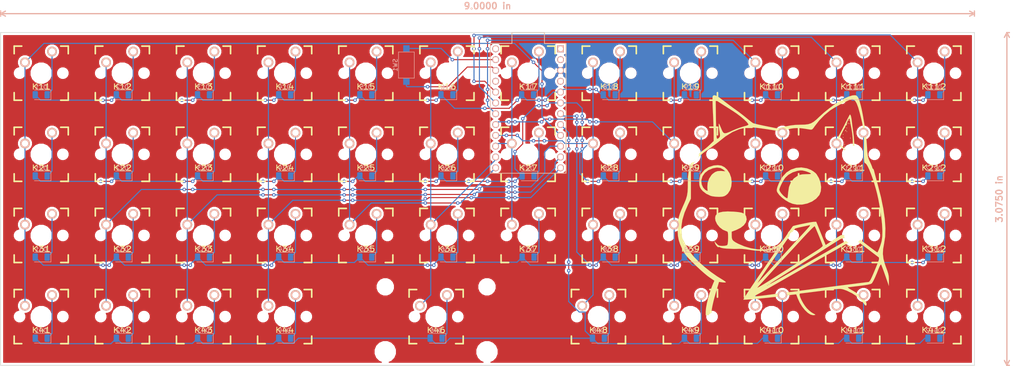
<source format=kicad_pcb>
(kicad_pcb (version 20171130) (host pcbnew "(5.0.1-3-g963ef8bb5)")
  (title_block (date 2019-04-10) (rev a) (company keyboard-arduino))
  (layers (0 F.Cu signal) (31 B.Cu signal) (34 B.Paste user) (35 F.Paste user) (36 B.SilkS user) (37 F.SilkS user) (38 B.Mask user) (39 F.Mask user) (44 Edge.Cuts user))
  (net 0 "")
  (net 1 /row1)
  (net 2 "Net-(D11-Pad1)")
  (net 3 "Net-(D12-Pad1)")
  (net 4 "Net-(D13-Pad1)")
  (net 5 "Net-(D14-Pad1)")
  (net 6 "Net-(D15-Pad1)")
  (net 7 "Net-(D16-Pad1)")
  (net 8 "Net-(D17-Pad1)")
  (net 9 "Net-(D18-Pad1)")
  (net 10 "Net-(D19-Pad1)")
  (net 11 /row2)
  (net 12 "Net-(D21-Pad1)")
  (net 13 "Net-(D22-Pad1)")
  (net 14 "Net-(D23-Pad1)")
  (net 15 "Net-(D24-Pad1)")
  (net 16 "Net-(D25-Pad1)")
  (net 17 "Net-(D26-Pad1)")
  (net 18 "Net-(D27-Pad1)")
  (net 19 "Net-(D28-Pad1)")
  (net 20 "Net-(D29-Pad1)")
  (net 21 "Net-(D31-Pad1)")
  (net 22 /row3)
  (net 23 "Net-(D32-Pad1)")
  (net 24 "Net-(D33-Pad1)")
  (net 25 "Net-(D34-Pad1)")
  (net 26 "Net-(D35-Pad1)")
  (net 27 "Net-(D36-Pad1)")
  (net 28 "Net-(D37-Pad1)")
  (net 29 "Net-(D38-Pad1)")
  (net 30 "Net-(D39-Pad1)")
  (net 31 "Net-(D41-Pad1)")
  (net 32 /row4)
  (net 33 "Net-(D42-Pad1)")
  (net 34 "Net-(D43-Pad1)")
  (net 35 "Net-(D44-Pad1)")
  (net 36 "Net-(D46-Pad1)")
  (net 37 "Net-(D48-Pad1)")
  (net 38 "Net-(D49-Pad1)")
  (net 39 "Net-(D110-Pad1)")
  (net 40 "Net-(D111-Pad1)")
  (net 41 "Net-(D112-Pad1)")
  (net 42 "Net-(D210-Pad1)")
  (net 43 "Net-(D211-Pad1)")
  (net 44 "Net-(D212-Pad1)")
  (net 45 "Net-(D310-Pad1)")
  (net 46 "Net-(D311-Pad1)")
  (net 47 "Net-(D312-Pad1)")
  (net 48 "Net-(D410-Pad1)")
  (net 49 "Net-(D411-Pad1)")
  (net 50 "Net-(D412-Pad1)")
  (net 51 /col1)
  (net 52 /col2)
  (net 53 /col3)
  (net 54 /col4)
  (net 55 /col5)
  (net 56 /col6)
  (net 57 /col7)
  (net 58 /col8)
  (net 59 /col9)
  (net 60 /col10)
  (net 61 /col11)
  (net 62 /col12)
  (net 63 "Net-(SW1-Pad1)")
  (net 64 "Net-(SW1-Pad2)")
  (net 65 "Net-(UProMicro1-Pad1)")
  (net 66 "Net-(UProMicro1-Pad2)")
  (net 67 GND)
  (net 68 "Net-(UProMicro1-Pad4)")
  (net 69 "Net-(UProMicro1-Pad21)")
  (net 70 "Net-(UProMicro1-Pad24)")
  (module Keyboard:CHERRY_PCB_100H (layer F.Cu) (at 141.605 62.865)
    (fp_text reference K26 (at 0 3.175) (layer F.SilkS) (effects (font (size 1.27 1.524) (thickness 0.2032))))
    (fp_text value KEYSW hide)
    (pad HOLE np_thru_hole circle (at 5.08 0) (size 1.7018 1.7018) (drill 1.7018) (layers *.Cu))
    (pad HOLE np_thru_hole circle (at -5.08 0) (size 1.7018 1.7018) (drill 1.7018) (layers *.Cu))
    (pad HOLE np_thru_hole circle (at 0 0) (size 3.9878 3.9878) (drill 3.9878) (layers *.Cu))
    (pad 2 thru_hole circle (at -3.81 -2.54) (size 2.286 2.286) (drill 1.4986) (layers *.Cu *.SilkS *.Mask) (net 56 /col6))
    (pad 1 thru_hole circle (at 2.54 -5.08) (size 2.286 2.286) (drill 1.4986) (layers *.Cu *.SilkS *.Mask) (net 17 "Net-(D26-Pad1)"))
  )
  (module promicro:ProMicro (layer B.Cu) (at 160.655 52.07 270)
    (fp_text reference UProMicro1 hide)
    (fp_text value ProMicro)
    (pad 1 thru_hole rect (at -13.97 -7.62 270) (size 1.6 1.6) (drill 1.1) (layers *.Cu *.Mask B.SilkS) (net 65 "Net-(UProMicro1-Pad1)"))
    (pad 2 thru_hole circle (at -11.43 -7.62 270) (size 1.6 1.6) (drill 1.1) (layers *.Cu *.Mask B.SilkS) (net 66 "Net-(UProMicro1-Pad2)"))
    (pad 3 thru_hole circle (at -8.89 -7.62 270) (size 1.6 1.6) (drill 1.1) (layers *.Cu *.Mask B.SilkS) (net 67 GND))
    (pad 4 thru_hole circle (at -6.35 -7.62 270) (size 1.6 1.6) (drill 1.1) (layers *.Cu *.Mask B.SilkS) (net 68 "Net-(UProMicro1-Pad4)"))
    (pad 5 thru_hole circle (at -3.81 -7.62 270) (size 1.6 1.6) (drill 1.1) (layers *.Cu *.Mask B.SilkS) (net 1 /row1))
    (pad 6 thru_hole circle (at -1.27 -7.62 270) (size 1.6 1.6) (drill 1.1) (layers *.Cu *.Mask B.SilkS) (net 11 /row2))
    (pad 7 thru_hole circle (at 1.27 -7.62 270) (size 1.6 1.6) (drill 1.1) (layers *.Cu *.Mask B.SilkS) (net 22 /row3))
    (pad 8 thru_hole circle (at 3.81 -7.62 270) (size 1.6 1.6) (drill 1.1) (layers *.Cu *.Mask B.SilkS) (net 32 /row4))
    (pad 9 thru_hole circle (at 6.35 -7.62 270) (size 1.6 1.6) (drill 1.1) (layers *.Cu *.Mask B.SilkS) (net 51 /col1))
    (pad 10 thru_hole circle (at 8.89 -7.62 270) (size 1.6 1.6) (drill 1.1) (layers *.Cu *.Mask B.SilkS) (net 52 /col2))
    (pad 11 thru_hole circle (at 11.43 -7.62 270) (size 1.6 1.6) (drill 1.1) (layers *.Cu *.Mask B.SilkS) (net 53 /col3))
    (pad 12 thru_hole circle (at 13.97 -7.62 270) (size 1.6 1.6) (drill 1.1) (layers *.Cu *.Mask B.SilkS) (net 54 /col4))
    (pad 13 thru_hole circle (at 13.97 7.62 270) (size 1.6 1.6) (drill 1.1) (layers *.Cu *.Mask B.SilkS) (net 55 /col5))
    (pad 14 thru_hole circle (at 11.43 7.62 270) (size 1.6 1.6) (drill 1.1) (layers *.Cu *.Mask B.SilkS) (net 56 /col6))
    (pad 15 thru_hole circle (at 8.89 7.62 270) (size 1.6 1.6) (drill 1.1) (layers *.Cu *.Mask B.SilkS) (net 57 /col7))
    (pad 16 thru_hole circle (at 6.35 7.62 270) (size 1.6 1.6) (drill 1.1) (layers *.Cu *.Mask B.SilkS) (net 58 /col8))
    (pad 17 thru_hole circle (at 3.81 7.62 270) (size 1.6 1.6) (drill 1.1) (layers *.Cu *.Mask B.SilkS) (net 59 /col9))
    (pad 18 thru_hole circle (at 1.27 7.62 270) (size 1.6 1.6) (drill 1.1) (layers *.Cu *.Mask B.SilkS) (net 60 /col10))
    (pad 19 thru_hole circle (at -1.27 7.62 270) (size 1.6 1.6) (drill 1.1) (layers *.Cu *.Mask B.SilkS) (net 61 /col11))
    (pad 20 thru_hole circle (at -3.81 7.62 270) (size 1.6 1.6) (drill 1.1) (layers *.Cu *.Mask B.SilkS) (net 62 /col12))
    (pad 21 thru_hole circle (at -6.35 7.62 270) (size 1.6 1.6) (drill 1.1) (layers *.Cu *.Mask B.SilkS) (net 69 "Net-(UProMicro1-Pad21)"))
    (pad 22 thru_hole circle (at -8.89 7.62 270) (size 1.6 1.6) (drill 1.1) (layers *.Cu *.Mask B.SilkS) (net 64 "Net-(SW1-Pad2)"))
    (pad 23 thru_hole circle (at -11.43 7.62 270) (size 1.6 1.6) (drill 1.1) (layers *.Cu *.Mask B.SilkS) (net 63 "Net-(SW1-Pad1)"))
    (pad 24 thru_hole circle (at -13.97 7.62 270) (size 1.6 1.6) (drill 1.1) (layers *.Cu *.Mask B.SilkS) (net 70 "Net-(UProMicro1-Pad24)"))
  )
  (module Diode_SMD:D_1206_3216Metric (layer B.Cu) (at 46.355 48.895 180)
    (fp_text reference D11 (at 0 1.82 180) (layer B.SilkS) (effects (justify mirror)))
    (fp_text value DIODE)
    (pad 2 smd roundrect (at 1.4 0 180) (size 1.25 1.75) (layers B.Cu B.Paste B.Mask) (roundrect_rratio 0.2) (net 1 /row1))
    (pad 1 smd roundrect (at -1.4 0 180) (size 1.25 1.75) (layers B.Cu B.Paste B.Mask) (roundrect_rratio 0.2) (net 2 "Net-(D11-Pad1)"))
  )
  (module Diode_SMD:D_1206_3216Metric (layer B.Cu) (at 65.405 48.895 180)
    (fp_text reference D12 (at 0 1.82 180) (layer B.SilkS) (effects (justify mirror)))
    (fp_text value DIODE)
    (pad 2 smd roundrect (at 1.4 0 180) (size 1.25 1.75) (layers B.Cu B.Paste B.Mask) (roundrect_rratio 0.2) (net 1 /row1))
    (pad 1 smd roundrect (at -1.4 0 180) (size 1.25 1.75) (layers B.Cu B.Paste B.Mask) (roundrect_rratio 0.2) (net 3 "Net-(D12-Pad1)"))
  )
  (module Diode_SMD:D_1206_3216Metric (layer B.Cu) (at 84.455 48.895 180)
    (fp_text reference D13 (at 0 1.82 180) (layer B.SilkS) (effects (justify mirror)))
    (fp_text value DIODE)
    (pad 2 smd roundrect (at 1.4 0 180) (size 1.25 1.75) (layers B.Cu B.Paste B.Mask) (roundrect_rratio 0.2) (net 1 /row1))
    (pad 1 smd roundrect (at -1.4 0 180) (size 1.25 1.75) (layers B.Cu B.Paste B.Mask) (roundrect_rratio 0.2) (net 4 "Net-(D13-Pad1)"))
  )
  (module Diode_SMD:D_1206_3216Metric (layer B.Cu) (at 103.505 48.895 180)
    (fp_text reference D14 (at 0 1.82 180) (layer B.SilkS) (effects (justify mirror)))
    (fp_text value DIODE)
    (pad 2 smd roundrect (at 1.4 0 180) (size 1.25 1.75) (layers B.Cu B.Paste B.Mask) (roundrect_rratio 0.2) (net 1 /row1))
    (pad 1 smd roundrect (at -1.4 0 180) (size 1.25 1.75) (layers B.Cu B.Paste B.Mask) (roundrect_rratio 0.2) (net 5 "Net-(D14-Pad1)"))
  )
  (module Diode_SMD:D_1206_3216Metric (layer B.Cu) (at 122.555 48.895 180)
    (fp_text reference D15 (at 0 1.82 180) (layer B.SilkS) (effects (justify mirror)))
    (fp_text value DIODE)
    (pad 2 smd roundrect (at 1.4 0 180) (size 1.25 1.75) (layers B.Cu B.Paste B.Mask) (roundrect_rratio 0.2) (net 1 /row1))
    (pad 1 smd roundrect (at -1.4 0 180) (size 1.25 1.75) (layers B.Cu B.Paste B.Mask) (roundrect_rratio 0.2) (net 6 "Net-(D15-Pad1)"))
  )
  (module Diode_SMD:D_1206_3216Metric (layer B.Cu) (at 141.605 48.895 180)
    (fp_text reference D16 (at 0 1.82 180) (layer B.SilkS) (effects (justify mirror)))
    (fp_text value DIODE)
    (pad 2 smd roundrect (at 1.4 0 180) (size 1.25 1.75) (layers B.Cu B.Paste B.Mask) (roundrect_rratio 0.2) (net 1 /row1))
    (pad 1 smd roundrect (at -1.4 0 180) (size 1.25 1.75) (layers B.Cu B.Paste B.Mask) (roundrect_rratio 0.2) (net 7 "Net-(D16-Pad1)"))
  )
  (module Diode_SMD:D_1206_3216Metric (layer B.Cu) (at 160.525 48.895 180)
    (fp_text reference D17 (at 0 1.82 180) (layer B.SilkS) (effects (justify mirror)))
    (fp_text value DIODE)
    (pad 2 smd roundrect (at 1.4 0 180) (size 1.25 1.75) (layers B.Cu B.Paste B.Mask) (roundrect_rratio 0.2) (net 1 /row1))
    (pad 1 smd roundrect (at -1.4 0 180) (size 1.25 1.75) (layers B.Cu B.Paste B.Mask) (roundrect_rratio 0.2) (net 8 "Net-(D17-Pad1)"))
  )
  (module Diode_SMD:D_1206_3216Metric (layer B.Cu) (at 179.705 48.895 180)
    (fp_text reference D18 (at 0 1.82 180) (layer B.SilkS) (effects (justify mirror)))
    (fp_text value DIODE)
    (pad 2 smd roundrect (at 1.4 0 180) (size 1.25 1.75) (layers B.Cu B.Paste B.Mask) (roundrect_rratio 0.2) (net 1 /row1))
    (pad 1 smd roundrect (at -1.4 0 180) (size 1.25 1.75) (layers B.Cu B.Paste B.Mask) (roundrect_rratio 0.2) (net 9 "Net-(D18-Pad1)"))
  )
  (module Diode_SMD:D_1206_3216Metric (layer B.Cu) (at 198.755 48.895 180)
    (fp_text reference D19 (at 0 1.82 180) (layer B.SilkS) (effects (justify mirror)))
    (fp_text value DIODE)
    (pad 2 smd roundrect (at 1.4 0 180) (size 1.25 1.75) (layers B.Cu B.Paste B.Mask) (roundrect_rratio 0.2) (net 1 /row1))
    (pad 1 smd roundrect (at -1.4 0 180) (size 1.25 1.75) (layers B.Cu B.Paste B.Mask) (roundrect_rratio 0.2) (net 10 "Net-(D19-Pad1)"))
  )
  (module Diode_SMD:D_1206_3216Metric (layer B.Cu) (at 46.355 67.945 180)
    (fp_text reference D21 (at 0 1.82 180) (layer B.SilkS) (effects (justify mirror)))
    (fp_text value DIODE)
    (pad 2 smd roundrect (at 1.4 0 180) (size 1.25 1.75) (layers B.Cu B.Paste B.Mask) (roundrect_rratio 0.2) (net 11 /row2))
    (pad 1 smd roundrect (at -1.4 0 180) (size 1.25 1.75) (layers B.Cu B.Paste B.Mask) (roundrect_rratio 0.2) (net 12 "Net-(D21-Pad1)"))
  )
  (module Diode_SMD:D_1206_3216Metric (layer B.Cu) (at 65.405 67.945 180)
    (fp_text reference D22 (at 0 1.82 180) (layer B.SilkS) (effects (justify mirror)))
    (fp_text value DIODE)
    (pad 2 smd roundrect (at 1.4 0 180) (size 1.25 1.75) (layers B.Cu B.Paste B.Mask) (roundrect_rratio 0.2) (net 11 /row2))
    (pad 1 smd roundrect (at -1.4 0 180) (size 1.25 1.75) (layers B.Cu B.Paste B.Mask) (roundrect_rratio 0.2) (net 13 "Net-(D22-Pad1)"))
  )
  (module Diode_SMD:D_1206_3216Metric (layer B.Cu) (at 84.455 67.945 180)
    (fp_text reference D23 (at 0 1.82 180) (layer B.SilkS) (effects (justify mirror)))
    (fp_text value DIODE)
    (pad 2 smd roundrect (at 1.4 0 180) (size 1.25 1.75) (layers B.Cu B.Paste B.Mask) (roundrect_rratio 0.2) (net 11 /row2))
    (pad 1 smd roundrect (at -1.4 0 180) (size 1.25 1.75) (layers B.Cu B.Paste B.Mask) (roundrect_rratio 0.2) (net 14 "Net-(D23-Pad1)"))
  )
  (module Diode_SMD:D_1206_3216Metric (layer B.Cu) (at 103.505 67.945 180)
    (fp_text reference D24 (at 0 1.82 180) (layer B.SilkS) (effects (justify mirror)))
    (fp_text value DIODE)
    (pad 2 smd roundrect (at 1.4 0 180) (size 1.25 1.75) (layers B.Cu B.Paste B.Mask) (roundrect_rratio 0.2) (net 11 /row2))
    (pad 1 smd roundrect (at -1.4 0 180) (size 1.25 1.75) (layers B.Cu B.Paste B.Mask) (roundrect_rratio 0.2) (net 15 "Net-(D24-Pad1)"))
  )
  (module Diode_SMD:D_1206_3216Metric (layer B.Cu) (at 122.555 67.945 180)
    (fp_text reference D25 (at 0 1.82 180) (layer B.SilkS) (effects (justify mirror)))
    (fp_text value DIODE)
    (pad 2 smd roundrect (at 1.4 0 180) (size 1.25 1.75) (layers B.Cu B.Paste B.Mask) (roundrect_rratio 0.2) (net 11 /row2))
    (pad 1 smd roundrect (at -1.4 0 180) (size 1.25 1.75) (layers B.Cu B.Paste B.Mask) (roundrect_rratio 0.2) (net 16 "Net-(D25-Pad1)"))
  )
  (module Diode_SMD:D_1206_3216Metric (layer B.Cu) (at 141.605 67.945 180)
    (fp_text reference D26 (at 0 1.82 180) (layer B.SilkS) (effects (justify mirror)))
    (fp_text value DIODE)
    (pad 2 smd roundrect (at 1.4 0 180) (size 1.25 1.75) (layers B.Cu B.Paste B.Mask) (roundrect_rratio 0.2) (net 11 /row2))
    (pad 1 smd roundrect (at -1.4 0 180) (size 1.25 1.75) (layers B.Cu B.Paste B.Mask) (roundrect_rratio 0.2) (net 17 "Net-(D26-Pad1)"))
  )
  (module Diode_SMD:D_1206_3216Metric (layer B.Cu) (at 160.655 67.945 180)
    (fp_text reference D27 (at 0 1.82 180) (layer B.SilkS) (effects (justify mirror)))
    (fp_text value DIODE)
    (pad 2 smd roundrect (at 1.4 0 180) (size 1.25 1.75) (layers B.Cu B.Paste B.Mask) (roundrect_rratio 0.2) (net 11 /row2))
    (pad 1 smd roundrect (at -1.4 0 180) (size 1.25 1.75) (layers B.Cu B.Paste B.Mask) (roundrect_rratio 0.2) (net 18 "Net-(D27-Pad1)"))
  )
  (module Diode_SMD:D_1206_3216Metric (layer B.Cu) (at 179.705 67.945 180)
    (fp_text reference D28 (at 0 1.82 180) (layer B.SilkS) (effects (justify mirror)))
    (fp_text value DIODE)
    (pad 2 smd roundrect (at 1.4 0 180) (size 1.25 1.75) (layers B.Cu B.Paste B.Mask) (roundrect_rratio 0.2) (net 11 /row2))
    (pad 1 smd roundrect (at -1.4 0 180) (size 1.25 1.75) (layers B.Cu B.Paste B.Mask) (roundrect_rratio 0.2) (net 19 "Net-(D28-Pad1)"))
  )
  (module Diode_SMD:D_1206_3216Metric (layer B.Cu) (at 198.755 67.945 180)
    (fp_text reference D29 (at 0 1.82 180) (layer B.SilkS) (effects (justify mirror)))
    (fp_text value DIODE)
    (pad 2 smd roundrect (at 1.4 0 180) (size 1.25 1.75) (layers B.Cu B.Paste B.Mask) (roundrect_rratio 0.2) (net 11 /row2))
    (pad 1 smd roundrect (at -1.4 0 180) (size 1.25 1.75) (layers B.Cu B.Paste B.Mask) (roundrect_rratio 0.2) (net 20 "Net-(D29-Pad1)"))
  )
  (module Diode_SMD:D_1206_3216Metric (layer B.Cu) (at 46.355 86.995 180)
    (fp_text reference D31 (at 0 1.82 180) (layer B.SilkS) (effects (justify mirror)))
    (fp_text value DIODE)
    (pad 1 smd roundrect (at -1.4 0 180) (size 1.25 1.75) (layers B.Cu B.Paste B.Mask) (roundrect_rratio 0.2) (net 21 "Net-(D31-Pad1)"))
    (pad 2 smd roundrect (at 1.4 0 180) (size 1.25 1.75) (layers B.Cu B.Paste B.Mask) (roundrect_rratio 0.2) (net 22 /row3))
  )
  (module Diode_SMD:D_1206_3216Metric (layer B.Cu) (at 65.405 86.995 180)
    (fp_text reference D32 (at 0 1.82 180) (layer B.SilkS) (effects (justify mirror)))
    (fp_text value DIODE)
    (pad 1 smd roundrect (at -1.4 0 180) (size 1.25 1.75) (layers B.Cu B.Paste B.Mask) (roundrect_rratio 0.2) (net 23 "Net-(D32-Pad1)"))
    (pad 2 smd roundrect (at 1.4 0 180) (size 1.25 1.75) (layers B.Cu B.Paste B.Mask) (roundrect_rratio 0.2) (net 22 /row3))
  )
  (module Diode_SMD:D_1206_3216Metric (layer B.Cu) (at 84.455 86.995 180)
    (fp_text reference D33 (at 0 1.82 180) (layer B.SilkS) (effects (justify mirror)))
    (fp_text value DIODE)
    (pad 1 smd roundrect (at -1.4 0 180) (size 1.25 1.75) (layers B.Cu B.Paste B.Mask) (roundrect_rratio 0.2) (net 24 "Net-(D33-Pad1)"))
    (pad 2 smd roundrect (at 1.4 0 180) (size 1.25 1.75) (layers B.Cu B.Paste B.Mask) (roundrect_rratio 0.2) (net 22 /row3))
  )
  (module Diode_SMD:D_1206_3216Metric (layer B.Cu) (at 103.505 86.995 180)
    (fp_text reference D34 (at 0 1.82 180) (layer B.SilkS) (effects (justify mirror)))
    (fp_text value DIODE)
    (pad 1 smd roundrect (at -1.4 0 180) (size 1.25 1.75) (layers B.Cu B.Paste B.Mask) (roundrect_rratio 0.2) (net 25 "Net-(D34-Pad1)"))
    (pad 2 smd roundrect (at 1.4 0 180) (size 1.25 1.75) (layers B.Cu B.Paste B.Mask) (roundrect_rratio 0.2) (net 22 /row3))
  )
  (module Diode_SMD:D_1206_3216Metric (layer B.Cu) (at 122.555 86.995 180)
    (fp_text reference D35 (at 0 1.82 180) (layer B.SilkS) (effects (justify mirror)))
    (fp_text value DIODE)
    (pad 1 smd roundrect (at -1.4 0 180) (size 1.25 1.75) (layers B.Cu B.Paste B.Mask) (roundrect_rratio 0.2) (net 26 "Net-(D35-Pad1)"))
    (pad 2 smd roundrect (at 1.4 0 180) (size 1.25 1.75) (layers B.Cu B.Paste B.Mask) (roundrect_rratio 0.2) (net 22 /row3))
  )
  (module Diode_SMD:D_1206_3216Metric (layer B.Cu) (at 141.605 86.995 180)
    (fp_text reference D36 (at 0 1.82 180) (layer B.SilkS) (effects (justify mirror)))
    (fp_text value DIODE)
    (pad 1 smd roundrect (at -1.4 0 180) (size 1.25 1.75) (layers B.Cu B.Paste B.Mask) (roundrect_rratio 0.2) (net 27 "Net-(D36-Pad1)"))
    (pad 2 smd roundrect (at 1.4 0 180) (size 1.25 1.75) (layers B.Cu B.Paste B.Mask) (roundrect_rratio 0.2) (net 22 /row3))
  )
  (module Diode_SMD:D_1206_3216Metric (layer B.Cu) (at 160.655 86.995 180)
    (fp_text reference D37 (at 0 1.82 180) (layer B.SilkS) (effects (justify mirror)))
    (fp_text value DIODE)
    (pad 1 smd roundrect (at -1.4 0 180) (size 1.25 1.75) (layers B.Cu B.Paste B.Mask) (roundrect_rratio 0.2) (net 28 "Net-(D37-Pad1)"))
    (pad 2 smd roundrect (at 1.4 0 180) (size 1.25 1.75) (layers B.Cu B.Paste B.Mask) (roundrect_rratio 0.2) (net 22 /row3))
  )
  (module Diode_SMD:D_1206_3216Metric (layer B.Cu) (at 179.705 86.995 180)
    (fp_text reference D38 (at 0 1.82 180) (layer B.SilkS) (effects (justify mirror)))
    (fp_text value DIODE)
    (pad 1 smd roundrect (at -1.4 0 180) (size 1.25 1.75) (layers B.Cu B.Paste B.Mask) (roundrect_rratio 0.2) (net 29 "Net-(D38-Pad1)"))
    (pad 2 smd roundrect (at 1.4 0 180) (size 1.25 1.75) (layers B.Cu B.Paste B.Mask) (roundrect_rratio 0.2) (net 22 /row3))
  )
  (module Diode_SMD:D_1206_3216Metric (layer B.Cu) (at 198.755 86.995 180)
    (fp_text reference D39 (at 0 1.82 180) (layer B.SilkS) (effects (justify mirror)))
    (fp_text value DIODE)
    (pad 1 smd roundrect (at -1.4 0 180) (size 1.25 1.75) (layers B.Cu B.Paste B.Mask) (roundrect_rratio 0.2) (net 30 "Net-(D39-Pad1)"))
    (pad 2 smd roundrect (at 1.4 0 180) (size 1.25 1.75) (layers B.Cu B.Paste B.Mask) (roundrect_rratio 0.2) (net 22 /row3))
  )
  (module Diode_SMD:D_1206_3216Metric (layer B.Cu) (at 46.355 106.045 180)
    (fp_text reference D41 (at 0 1.82 180) (layer B.SilkS) (effects (justify mirror)))
    (fp_text value DIODE)
    (pad 1 smd roundrect (at -1.4 0 180) (size 1.25 1.75) (layers B.Cu B.Paste B.Mask) (roundrect_rratio 0.2) (net 31 "Net-(D41-Pad1)"))
    (pad 2 smd roundrect (at 1.4 0 180) (size 1.25 1.75) (layers B.Cu B.Paste B.Mask) (roundrect_rratio 0.2) (net 32 /row4))
  )
  (module Diode_SMD:D_1206_3216Metric (layer B.Cu) (at 65.405 106.045 180)
    (fp_text reference D42 (at 0 1.82 180) (layer B.SilkS) (effects (justify mirror)))
    (fp_text value DIODE)
    (pad 1 smd roundrect (at -1.4 0 180) (size 1.25 1.75) (layers B.Cu B.Paste B.Mask) (roundrect_rratio 0.2) (net 33 "Net-(D42-Pad1)"))
    (pad 2 smd roundrect (at 1.4 0 180) (size 1.25 1.75) (layers B.Cu B.Paste B.Mask) (roundrect_rratio 0.2) (net 32 /row4))
  )
  (module Diode_SMD:D_1206_3216Metric (layer B.Cu) (at 84.455 106.045 180)
    (fp_text reference D43 (at 0 1.82 180) (layer B.SilkS) (effects (justify mirror)))
    (fp_text value DIODE)
    (pad 1 smd roundrect (at -1.4 0 180) (size 1.25 1.75) (layers B.Cu B.Paste B.Mask) (roundrect_rratio 0.2) (net 34 "Net-(D43-Pad1)"))
    (pad 2 smd roundrect (at 1.4 0 180) (size 1.25 1.75) (layers B.Cu B.Paste B.Mask) (roundrect_rratio 0.2) (net 32 /row4))
  )
  (module Diode_SMD:D_1206_3216Metric (layer B.Cu) (at 103.505 106.045 180)
    (fp_text reference D44 (at 0 1.82 180) (layer B.SilkS) (effects (justify mirror)))
    (fp_text value DIODE)
    (pad 1 smd roundrect (at -1.4 0 180) (size 1.25 1.75) (layers B.Cu B.Paste B.Mask) (roundrect_rratio 0.2) (net 35 "Net-(D44-Pad1)"))
    (pad 2 smd roundrect (at 1.4 0 180) (size 1.25 1.75) (layers B.Cu B.Paste B.Mask) (roundrect_rratio 0.2) (net 32 /row4))
  )
  (module Diode_SMD:D_1206_3216Metric (layer B.Cu) (at 139.065 106.045 180)
    (fp_text reference D46 (at 0 1.82 180) (layer B.SilkS) (effects (justify mirror)))
    (fp_text value DIODE)
    (pad 1 smd roundrect (at -1.4 0 180) (size 1.25 1.75) (layers B.Cu B.Paste B.Mask) (roundrect_rratio 0.2) (net 36 "Net-(D46-Pad1)"))
    (pad 2 smd roundrect (at 1.4 0 180) (size 1.25 1.75) (layers B.Cu B.Paste B.Mask) (roundrect_rratio 0.2) (net 32 /row4))
  )
  (module Diode_SMD:D_1206_3216Metric (layer B.Cu) (at 177.165 106.045 180)
    (fp_text reference D48 (at 0 1.82 180) (layer B.SilkS) (effects (justify mirror)))
    (fp_text value DIODE)
    (pad 1 smd roundrect (at -1.4 0 180) (size 1.25 1.75) (layers B.Cu B.Paste B.Mask) (roundrect_rratio 0.2) (net 37 "Net-(D48-Pad1)"))
    (pad 2 smd roundrect (at 1.4 0 180) (size 1.25 1.75) (layers B.Cu B.Paste B.Mask) (roundrect_rratio 0.2) (net 32 /row4))
  )
  (module Diode_SMD:D_1206_3216Metric (layer B.Cu) (at 198.755 106.045 180)
    (fp_text reference D49 (at 0 1.82 180) (layer B.SilkS) (effects (justify mirror)))
    (fp_text value DIODE)
    (pad 1 smd roundrect (at -1.4 0 180) (size 1.25 1.75) (layers B.Cu B.Paste B.Mask) (roundrect_rratio 0.2) (net 38 "Net-(D49-Pad1)"))
    (pad 2 smd roundrect (at 1.4 0 180) (size 1.25 1.75) (layers B.Cu B.Paste B.Mask) (roundrect_rratio 0.2) (net 32 /row4))
  )
  (module Diode_SMD:D_1206_3216Metric (layer B.Cu) (at 217.805 48.895 180)
    (fp_text reference D110 (at 0 1.82 180) (layer B.SilkS) (effects (justify mirror)))
    (fp_text value DIODE)
    (pad 2 smd roundrect (at 1.4 0 180) (size 1.25 1.75) (layers B.Cu B.Paste B.Mask) (roundrect_rratio 0.2) (net 1 /row1))
    (pad 1 smd roundrect (at -1.4 0 180) (size 1.25 1.75) (layers B.Cu B.Paste B.Mask) (roundrect_rratio 0.2) (net 39 "Net-(D110-Pad1)"))
  )
  (module Diode_SMD:D_1206_3216Metric (layer B.Cu) (at 236.855 48.895 180)
    (fp_text reference D111 (at 0 1.82 180) (layer B.SilkS) (effects (justify mirror)))
    (fp_text value DIODE)
    (pad 2 smd roundrect (at 1.4 0 180) (size 1.25 1.75) (layers B.Cu B.Paste B.Mask) (roundrect_rratio 0.2) (net 1 /row1))
    (pad 1 smd roundrect (at -1.4 0 180) (size 1.25 1.75) (layers B.Cu B.Paste B.Mask) (roundrect_rratio 0.2) (net 40 "Net-(D111-Pad1)"))
  )
  (module Diode_SMD:D_1206_3216Metric (layer B.Cu) (at 255.905 48.895 180)
    (fp_text reference D112 (at 0 1.82 180) (layer B.SilkS) (effects (justify mirror)))
    (fp_text value DIODE)
    (pad 2 smd roundrect (at 1.4 0 180) (size 1.25 1.75) (layers B.Cu B.Paste B.Mask) (roundrect_rratio 0.2) (net 1 /row1))
    (pad 1 smd roundrect (at -1.4 0 180) (size 1.25 1.75) (layers B.Cu B.Paste B.Mask) (roundrect_rratio 0.2) (net 41 "Net-(D112-Pad1)"))
  )
  (module Diode_SMD:D_1206_3216Metric (layer B.Cu) (at 217.805 67.945 180)
    (fp_text reference D210 (at 0 1.82 180) (layer B.SilkS) (effects (justify mirror)))
    (fp_text value DIODE)
    (pad 2 smd roundrect (at 1.4 0 180) (size 1.25 1.75) (layers B.Cu B.Paste B.Mask) (roundrect_rratio 0.2) (net 11 /row2))
    (pad 1 smd roundrect (at -1.4 0 180) (size 1.25 1.75) (layers B.Cu B.Paste B.Mask) (roundrect_rratio 0.2) (net 42 "Net-(D210-Pad1)"))
  )
  (module Diode_SMD:D_1206_3216Metric (layer B.Cu) (at 236.855 67.945 180)
    (fp_text reference D211 (at 0 1.82 180) (layer B.SilkS) (effects (justify mirror)))
    (fp_text value DIODE)
    (pad 2 smd roundrect (at 1.4 0 180) (size 1.25 1.75) (layers B.Cu B.Paste B.Mask) (roundrect_rratio 0.2) (net 11 /row2))
    (pad 1 smd roundrect (at -1.4 0 180) (size 1.25 1.75) (layers B.Cu B.Paste B.Mask) (roundrect_rratio 0.2) (net 43 "Net-(D211-Pad1)"))
  )
  (module Diode_SMD:D_1206_3216Metric (layer B.Cu) (at 255.905 67.945 180)
    (fp_text reference D212 (at 0 1.82 180) (layer B.SilkS) (effects (justify mirror)))
    (fp_text value DIODE)
    (pad 1 smd roundrect (at -1.4 0 180) (size 1.25 1.75) (layers B.Cu B.Paste B.Mask) (roundrect_rratio 0.2) (net 44 "Net-(D212-Pad1)"))
    (pad 2 smd roundrect (at 1.4 0 180) (size 1.25 1.75) (layers B.Cu B.Paste B.Mask) (roundrect_rratio 0.2) (net 11 /row2))
  )
  (module Diode_SMD:D_1206_3216Metric (layer B.Cu) (at 217.805 86.995 180)
    (fp_text reference D310 (at 0 1.82 180) (layer B.SilkS) (effects (justify mirror)))
    (fp_text value DIODE)
    (pad 1 smd roundrect (at -1.4 0 180) (size 1.25 1.75) (layers B.Cu B.Paste B.Mask) (roundrect_rratio 0.2) (net 45 "Net-(D310-Pad1)"))
    (pad 2 smd roundrect (at 1.4 0 180) (size 1.25 1.75) (layers B.Cu B.Paste B.Mask) (roundrect_rratio 0.2) (net 22 /row3))
  )
  (module Diode_SMD:D_1206_3216Metric (layer B.Cu) (at 236.855 86.995 180)
    (fp_text reference D311 (at 0 1.82 180) (layer B.SilkS) (effects (justify mirror)))
    (fp_text value DIODE)
    (pad 1 smd roundrect (at -1.4 0 180) (size 1.25 1.75) (layers B.Cu B.Paste B.Mask) (roundrect_rratio 0.2) (net 46 "Net-(D311-Pad1)"))
    (pad 2 smd roundrect (at 1.4 0 180) (size 1.25 1.75) (layers B.Cu B.Paste B.Mask) (roundrect_rratio 0.2) (net 22 /row3))
  )
  (module Diode_SMD:D_1206_3216Metric (layer B.Cu) (at 255.905 86.995 180)
    (fp_text reference D312 (at 0 1.82 180) (layer B.SilkS) (effects (justify mirror)))
    (fp_text value DIODE)
    (pad 1 smd roundrect (at -1.4 0 180) (size 1.25 1.75) (layers B.Cu B.Paste B.Mask) (roundrect_rratio 0.2) (net 47 "Net-(D312-Pad1)"))
    (pad 2 smd roundrect (at 1.4 0 180) (size 1.25 1.75) (layers B.Cu B.Paste B.Mask) (roundrect_rratio 0.2) (net 22 /row3))
  )
  (module Diode_SMD:D_1206_3216Metric (layer B.Cu) (at 217.805 106.045 180)
    (fp_text reference D410 (at 0 1.82 180) (layer B.SilkS) (effects (justify mirror)))
    (fp_text value DIODE)
    (pad 1 smd roundrect (at -1.4 0 180) (size 1.25 1.75) (layers B.Cu B.Paste B.Mask) (roundrect_rratio 0.2) (net 48 "Net-(D410-Pad1)"))
    (pad 2 smd roundrect (at 1.4 0 180) (size 1.25 1.75) (layers B.Cu B.Paste B.Mask) (roundrect_rratio 0.2) (net 32 /row4))
  )
  (module Diode_SMD:D_1206_3216Metric (layer B.Cu) (at 236.855 106.045 180)
    (fp_text reference D411 (at 0 1.82 180) (layer B.SilkS) (effects (justify mirror)))
    (fp_text value DIODE)
    (pad 1 smd roundrect (at -1.4 0 180) (size 1.25 1.75) (layers B.Cu B.Paste B.Mask) (roundrect_rratio 0.2) (net 49 "Net-(D411-Pad1)"))
    (pad 2 smd roundrect (at 1.4 0 180) (size 1.25 1.75) (layers B.Cu B.Paste B.Mask) (roundrect_rratio 0.2) (net 32 /row4))
  )
  (module Diode_SMD:D_1206_3216Metric (layer B.Cu) (at 255.905 106.045 180)
    (fp_text reference D412 (at 0 1.82 180) (layer B.SilkS) (effects (justify mirror)))
    (fp_text value DIODE)
    (pad 1 smd roundrect (at -1.4 0 180) (size 1.25 1.75) (layers B.Cu B.Paste B.Mask) (roundrect_rratio 0.2) (net 50 "Net-(D412-Pad1)"))
    (pad 2 smd roundrect (at 1.4 0 180) (size 1.25 1.75) (layers B.Cu B.Paste B.Mask) (roundrect_rratio 0.2) (net 32 /row4))
  )
  (module Keyboard:CHERRY_PCB_100H (layer F.Cu) (at 46.355 43.815)
    (fp_text reference K11 (at 0 3.175) (layer F.SilkS) (effects (font (size 1.27 1.524) (thickness 0.2032))))
    (fp_text value KEYSW hide)
    (pad 1 thru_hole circle (at 2.54 -5.08) (size 2.286 2.286) (drill 1.4986) (layers *.Cu *.SilkS *.Mask) (net 2 "Net-(D11-Pad1)"))
    (pad 2 thru_hole circle (at -3.81 -2.54) (size 2.286 2.286) (drill 1.4986) (layers *.Cu *.SilkS *.Mask) (net 51 /col1))
    (pad HOLE np_thru_hole circle (at 0 0) (size 3.9878 3.9878) (drill 3.9878) (layers *.Cu))
    (pad HOLE np_thru_hole circle (at -5.08 0) (size 1.7018 1.7018) (drill 1.7018) (layers *.Cu))
    (pad HOLE np_thru_hole circle (at 5.08 0) (size 1.7018 1.7018) (drill 1.7018) (layers *.Cu))
  )
  (module Keyboard:CHERRY_PCB_100H (layer F.Cu) (at 65.405 43.815)
    (fp_text reference K12 (at 0 3.175) (layer F.SilkS) (effects (font (size 1.27 1.524) (thickness 0.2032))))
    (fp_text value KEYSW hide)
    (pad 1 thru_hole circle (at 2.54 -5.08) (size 2.286 2.286) (drill 1.4986) (layers *.Cu *.SilkS *.Mask) (net 3 "Net-(D12-Pad1)"))
    (pad 2 thru_hole circle (at -3.81 -2.54) (size 2.286 2.286) (drill 1.4986) (layers *.Cu *.SilkS *.Mask) (net 52 /col2))
    (pad HOLE np_thru_hole circle (at 0 0) (size 3.9878 3.9878) (drill 3.9878) (layers *.Cu))
    (pad HOLE np_thru_hole circle (at -5.08 0) (size 1.7018 1.7018) (drill 1.7018) (layers *.Cu))
    (pad HOLE np_thru_hole circle (at 5.08 0) (size 1.7018 1.7018) (drill 1.7018) (layers *.Cu))
  )
  (module Keyboard:CHERRY_PCB_100H (layer F.Cu) (at 84.455 43.815)
    (fp_text reference K13 (at 0 3.175) (layer F.SilkS) (effects (font (size 1.27 1.524) (thickness 0.2032))))
    (fp_text value KEYSW hide)
    (pad HOLE np_thru_hole circle (at 5.08 0) (size 1.7018 1.7018) (drill 1.7018) (layers *.Cu))
    (pad HOLE np_thru_hole circle (at -5.08 0) (size 1.7018 1.7018) (drill 1.7018) (layers *.Cu))
    (pad HOLE np_thru_hole circle (at 0 0) (size 3.9878 3.9878) (drill 3.9878) (layers *.Cu))
    (pad 2 thru_hole circle (at -3.81 -2.54) (size 2.286 2.286) (drill 1.4986) (layers *.Cu *.SilkS *.Mask) (net 53 /col3))
    (pad 1 thru_hole circle (at 2.54 -5.08) (size 2.286 2.286) (drill 1.4986) (layers *.Cu *.SilkS *.Mask) (net 4 "Net-(D13-Pad1)"))
  )
  (module Keyboard:CHERRY_PCB_100H (layer F.Cu) (at 103.505 43.815)
    (fp_text reference K14 (at 0 3.175) (layer F.SilkS) (effects (font (size 1.27 1.524) (thickness 0.2032))))
    (fp_text value KEYSW hide)
    (pad HOLE np_thru_hole circle (at 5.08 0) (size 1.7018 1.7018) (drill 1.7018) (layers *.Cu))
    (pad HOLE np_thru_hole circle (at -5.08 0) (size 1.7018 1.7018) (drill 1.7018) (layers *.Cu))
    (pad HOLE np_thru_hole circle (at 0 0) (size 3.9878 3.9878) (drill 3.9878) (layers *.Cu))
    (pad 2 thru_hole circle (at -3.81 -2.54) (size 2.286 2.286) (drill 1.4986) (layers *.Cu *.SilkS *.Mask) (net 54 /col4))
    (pad 1 thru_hole circle (at 2.54 -5.08) (size 2.286 2.286) (drill 1.4986) (layers *.Cu *.SilkS *.Mask) (net 5 "Net-(D14-Pad1)"))
  )
  (module Keyboard:CHERRY_PCB_100H (layer F.Cu) (at 122.555 43.815)
    (fp_text reference K15 (at 0 3.175) (layer F.SilkS) (effects (font (size 1.27 1.524) (thickness 0.2032))))
    (fp_text value KEYSW hide)
    (pad HOLE np_thru_hole circle (at 5.08 0) (size 1.7018 1.7018) (drill 1.7018) (layers *.Cu))
    (pad HOLE np_thru_hole circle (at -5.08 0) (size 1.7018 1.7018) (drill 1.7018) (layers *.Cu))
    (pad HOLE np_thru_hole circle (at 0 0) (size 3.9878 3.9878) (drill 3.9878) (layers *.Cu))
    (pad 2 thru_hole circle (at -3.81 -2.54) (size 2.286 2.286) (drill 1.4986) (layers *.Cu *.SilkS *.Mask) (net 55 /col5))
    (pad 1 thru_hole circle (at 2.54 -5.08) (size 2.286 2.286) (drill 1.4986) (layers *.Cu *.SilkS *.Mask) (net 6 "Net-(D15-Pad1)"))
  )
  (module Keyboard:CHERRY_PCB_100H (layer F.Cu) (at 141.605 43.815)
    (fp_text reference K16 (at 0 3.175) (layer F.SilkS) (effects (font (size 1.27 1.524) (thickness 0.2032))))
    (fp_text value KEYSW hide)
    (pad HOLE np_thru_hole circle (at 5.08 0) (size 1.7018 1.7018) (drill 1.7018) (layers *.Cu))
    (pad HOLE np_thru_hole circle (at -5.08 0) (size 1.7018 1.7018) (drill 1.7018) (layers *.Cu))
    (pad HOLE np_thru_hole circle (at 0 0) (size 3.9878 3.9878) (drill 3.9878) (layers *.Cu))
    (pad 2 thru_hole circle (at -3.81 -2.54) (size 2.286 2.286) (drill 1.4986) (layers *.Cu *.SilkS *.Mask) (net 56 /col6))
    (pad 1 thru_hole circle (at 2.54 -5.08) (size 2.286 2.286) (drill 1.4986) (layers *.Cu *.SilkS *.Mask) (net 7 "Net-(D16-Pad1)"))
  )
  (module Keyboard:CHERRY_PCB_100H (layer F.Cu) (at 160.655 43.815)
    (fp_text reference K17 (at 0 3.175) (layer F.SilkS) (effects (font (size 1.27 1.524) (thickness 0.2032))))
    (fp_text value KEYSW hide)
    (pad HOLE np_thru_hole circle (at 5.08 0) (size 1.7018 1.7018) (drill 1.7018) (layers *.Cu))
    (pad HOLE np_thru_hole circle (at -5.08 0) (size 1.7018 1.7018) (drill 1.7018) (layers *.Cu))
    (pad HOLE np_thru_hole circle (at 0 0) (size 3.9878 3.9878) (drill 3.9878) (layers *.Cu))
    (pad 2 thru_hole circle (at -3.81 -2.54) (size 2.286 2.286) (drill 1.4986) (layers *.Cu *.SilkS *.Mask) (net 57 /col7))
    (pad 1 thru_hole circle (at 2.54 -5.08) (size 2.286 2.286) (drill 1.4986) (layers *.Cu *.SilkS *.Mask) (net 8 "Net-(D17-Pad1)"))
  )
  (module Keyboard:CHERRY_PCB_100H (layer F.Cu) (at 179.705 43.815)
    (fp_text reference K18 (at 0 3.175) (layer F.SilkS) (effects (font (size 1.27 1.524) (thickness 0.2032))))
    (fp_text value KEYSW hide)
    (pad HOLE np_thru_hole circle (at 5.08 0) (size 1.7018 1.7018) (drill 1.7018) (layers *.Cu))
    (pad HOLE np_thru_hole circle (at -5.08 0) (size 1.7018 1.7018) (drill 1.7018) (layers *.Cu))
    (pad HOLE np_thru_hole circle (at 0 0) (size 3.9878 3.9878) (drill 3.9878) (layers *.Cu))
    (pad 2 thru_hole circle (at -3.81 -2.54) (size 2.286 2.286) (drill 1.4986) (layers *.Cu *.SilkS *.Mask) (net 58 /col8))
    (pad 1 thru_hole circle (at 2.54 -5.08) (size 2.286 2.286) (drill 1.4986) (layers *.Cu *.SilkS *.Mask) (net 9 "Net-(D18-Pad1)"))
  )
  (module Keyboard:CHERRY_PCB_100H (layer F.Cu) (at 198.755 43.815)
    (fp_text reference K19 (at 0 3.175) (layer F.SilkS) (effects (font (size 1.27 1.524) (thickness 0.2032))))
    (fp_text value KEYSW hide)
    (pad HOLE np_thru_hole circle (at 5.08 0) (size 1.7018 1.7018) (drill 1.7018) (layers *.Cu))
    (pad HOLE np_thru_hole circle (at -5.08 0) (size 1.7018 1.7018) (drill 1.7018) (layers *.Cu))
    (pad HOLE np_thru_hole circle (at 0 0) (size 3.9878 3.9878) (drill 3.9878) (layers *.Cu))
    (pad 2 thru_hole circle (at -3.81 -2.54) (size 2.286 2.286) (drill 1.4986) (layers *.Cu *.SilkS *.Mask) (net 59 /col9))
    (pad 1 thru_hole circle (at 2.54 -5.08) (size 2.286 2.286) (drill 1.4986) (layers *.Cu *.SilkS *.Mask) (net 10 "Net-(D19-Pad1)"))
  )
  (module Keyboard:CHERRY_PCB_100H (layer F.Cu) (at 46.355 62.865)
    (fp_text reference K21 (at 0 3.175) (layer F.SilkS) (effects (font (size 1.27 1.524) (thickness 0.2032))))
    (fp_text value KEYSW hide)
    (pad HOLE np_thru_hole circle (at 5.08 0) (size 1.7018 1.7018) (drill 1.7018) (layers *.Cu))
    (pad HOLE np_thru_hole circle (at -5.08 0) (size 1.7018 1.7018) (drill 1.7018) (layers *.Cu))
    (pad HOLE np_thru_hole circle (at 0 0) (size 3.9878 3.9878) (drill 3.9878) (layers *.Cu))
    (pad 2 thru_hole circle (at -3.81 -2.54) (size 2.286 2.286) (drill 1.4986) (layers *.Cu *.SilkS *.Mask) (net 51 /col1))
    (pad 1 thru_hole circle (at 2.54 -5.08) (size 2.286 2.286) (drill 1.4986) (layers *.Cu *.SilkS *.Mask) (net 12 "Net-(D21-Pad1)"))
  )
  (module Keyboard:CHERRY_PCB_100H (layer F.Cu) (at 65.405 62.865)
    (fp_text reference K22 (at 0 3.175) (layer F.SilkS) (effects (font (size 1.27 1.524) (thickness 0.2032))))
    (fp_text value KEYSW hide)
    (pad HOLE np_thru_hole circle (at 5.08 0) (size 1.7018 1.7018) (drill 1.7018) (layers *.Cu))
    (pad HOLE np_thru_hole circle (at -5.08 0) (size 1.7018 1.7018) (drill 1.7018) (layers *.Cu))
    (pad HOLE np_thru_hole circle (at 0 0) (size 3.9878 3.9878) (drill 3.9878) (layers *.Cu))
    (pad 2 thru_hole circle (at -3.81 -2.54) (size 2.286 2.286) (drill 1.4986) (layers *.Cu *.SilkS *.Mask) (net 52 /col2))
    (pad 1 thru_hole circle (at 2.54 -5.08) (size 2.286 2.286) (drill 1.4986) (layers *.Cu *.SilkS *.Mask) (net 13 "Net-(D22-Pad1)"))
  )
  (module Keyboard:CHERRY_PCB_100H (layer F.Cu) (at 84.455 62.865)
    (fp_text reference K23 (at 0 3.175) (layer F.SilkS) (effects (font (size 1.27 1.524) (thickness 0.2032))))
    (fp_text value KEYSW hide)
    (pad HOLE np_thru_hole circle (at 5.08 0) (size 1.7018 1.7018) (drill 1.7018) (layers *.Cu))
    (pad HOLE np_thru_hole circle (at -5.08 0) (size 1.7018 1.7018) (drill 1.7018) (layers *.Cu))
    (pad HOLE np_thru_hole circle (at 0 0) (size 3.9878 3.9878) (drill 3.9878) (layers *.Cu))
    (pad 2 thru_hole circle (at -3.81 -2.54) (size 2.286 2.286) (drill 1.4986) (layers *.Cu *.SilkS *.Mask) (net 53 /col3))
    (pad 1 thru_hole circle (at 2.54 -5.08) (size 2.286 2.286) (drill 1.4986) (layers *.Cu *.SilkS *.Mask) (net 14 "Net-(D23-Pad1)"))
  )
  (module Keyboard:CHERRY_PCB_100H (layer F.Cu) (at 103.505 62.865)
    (fp_text reference K24 (at 0 3.175) (layer F.SilkS) (effects (font (size 1.27 1.524) (thickness 0.2032))))
    (fp_text value KEYSW hide)
    (pad HOLE np_thru_hole circle (at 5.08 0) (size 1.7018 1.7018) (drill 1.7018) (layers *.Cu))
    (pad HOLE np_thru_hole circle (at -5.08 0) (size 1.7018 1.7018) (drill 1.7018) (layers *.Cu))
    (pad HOLE np_thru_hole circle (at 0 0) (size 3.9878 3.9878) (drill 3.9878) (layers *.Cu))
    (pad 2 thru_hole circle (at -3.81 -2.54) (size 2.286 2.286) (drill 1.4986) (layers *.Cu *.SilkS *.Mask) (net 54 /col4))
    (pad 1 thru_hole circle (at 2.54 -5.08) (size 2.286 2.286) (drill 1.4986) (layers *.Cu *.SilkS *.Mask) (net 15 "Net-(D24-Pad1)"))
  )
  (module Keyboard:CHERRY_PCB_100H (layer F.Cu) (at 122.555 62.865)
    (fp_text reference K25 (at 0 3.175) (layer F.SilkS) (effects (font (size 1.27 1.524) (thickness 0.2032))))
    (fp_text value KEYSW hide)
    (pad HOLE np_thru_hole circle (at 5.08 0) (size 1.7018 1.7018) (drill 1.7018) (layers *.Cu))
    (pad HOLE np_thru_hole circle (at -5.08 0) (size 1.7018 1.7018) (drill 1.7018) (layers *.Cu))
    (pad HOLE np_thru_hole circle (at 0 0) (size 3.9878 3.9878) (drill 3.9878) (layers *.Cu))
    (pad 2 thru_hole circle (at -3.81 -2.54) (size 2.286 2.286) (drill 1.4986) (layers *.Cu *.SilkS *.Mask) (net 55 /col5))
    (pad 1 thru_hole circle (at 2.54 -5.08) (size 2.286 2.286) (drill 1.4986) (layers *.Cu *.SilkS *.Mask) (net 16 "Net-(D25-Pad1)"))
  )
  (module Keyboard:CHERRY_PCB_100H (layer F.Cu) (at 160.655 62.865)
    (fp_text reference K27 (at 0 3.175) (layer F.SilkS) (effects (font (size 1.27 1.524) (thickness 0.2032))))
    (fp_text value KEYSW hide)
    (pad HOLE np_thru_hole circle (at 5.08 0) (size 1.7018 1.7018) (drill 1.7018) (layers *.Cu))
    (pad HOLE np_thru_hole circle (at -5.08 0) (size 1.7018 1.7018) (drill 1.7018) (layers *.Cu))
    (pad HOLE np_thru_hole circle (at 0 0) (size 3.9878 3.9878) (drill 3.9878) (layers *.Cu))
    (pad 2 thru_hole circle (at -3.81 -2.54) (size 2.286 2.286) (drill 1.4986) (layers *.Cu *.SilkS *.Mask) (net 57 /col7))
    (pad 1 thru_hole circle (at 2.54 -5.08) (size 2.286 2.286) (drill 1.4986) (layers *.Cu *.SilkS *.Mask) (net 18 "Net-(D27-Pad1)"))
  )
  (module Keyboard:CHERRY_PCB_100H (layer F.Cu) (at 179.705 62.865)
    (fp_text reference K28 (at 0 3.175) (layer F.SilkS) (effects (font (size 1.27 1.524) (thickness 0.2032))))
    (fp_text value KEYSW hide)
    (pad HOLE np_thru_hole circle (at 5.08 0) (size 1.7018 1.7018) (drill 1.7018) (layers *.Cu))
    (pad HOLE np_thru_hole circle (at -5.08 0) (size 1.7018 1.7018) (drill 1.7018) (layers *.Cu))
    (pad HOLE np_thru_hole circle (at 0 0) (size 3.9878 3.9878) (drill 3.9878) (layers *.Cu))
    (pad 2 thru_hole circle (at -3.81 -2.54) (size 2.286 2.286) (drill 1.4986) (layers *.Cu *.SilkS *.Mask) (net 58 /col8))
    (pad 1 thru_hole circle (at 2.54 -5.08) (size 2.286 2.286) (drill 1.4986) (layers *.Cu *.SilkS *.Mask) (net 19 "Net-(D28-Pad1)"))
  )
  (module Keyboard:CHERRY_PCB_100H (layer F.Cu) (at 198.755 62.865)
    (fp_text reference K29 (at 0 3.175) (layer F.SilkS) (effects (font (size 1.27 1.524) (thickness 0.2032))))
    (fp_text value KEYSW hide)
    (pad HOLE np_thru_hole circle (at 5.08 0) (size 1.7018 1.7018) (drill 1.7018) (layers *.Cu))
    (pad HOLE np_thru_hole circle (at -5.08 0) (size 1.7018 1.7018) (drill 1.7018) (layers *.Cu))
    (pad HOLE np_thru_hole circle (at 0 0) (size 3.9878 3.9878) (drill 3.9878) (layers *.Cu))
    (pad 2 thru_hole circle (at -3.81 -2.54) (size 2.286 2.286) (drill 1.4986) (layers *.Cu *.SilkS *.Mask) (net 59 /col9))
    (pad 1 thru_hole circle (at 2.54 -5.08) (size 2.286 2.286) (drill 1.4986) (layers *.Cu *.SilkS *.Mask) (net 20 "Net-(D29-Pad1)"))
  )
  (module Keyboard:CHERRY_PCB_100H (layer F.Cu) (at 46.355 81.915)
    (fp_text reference K31 (at 0 3.175) (layer F.SilkS) (effects (font (size 1.27 1.524) (thickness 0.2032))))
    (fp_text value KEYSW hide)
    (pad 1 thru_hole circle (at 2.54 -5.08) (size 2.286 2.286) (drill 1.4986) (layers *.Cu *.SilkS *.Mask) (net 21 "Net-(D31-Pad1)"))
    (pad 2 thru_hole circle (at -3.81 -2.54) (size 2.286 2.286) (drill 1.4986) (layers *.Cu *.SilkS *.Mask) (net 51 /col1))
    (pad HOLE np_thru_hole circle (at 0 0) (size 3.9878 3.9878) (drill 3.9878) (layers *.Cu))
    (pad HOLE np_thru_hole circle (at -5.08 0) (size 1.7018 1.7018) (drill 1.7018) (layers *.Cu))
    (pad HOLE np_thru_hole circle (at 5.08 0) (size 1.7018 1.7018) (drill 1.7018) (layers *.Cu))
  )
  (module Keyboard:CHERRY_PCB_100H (layer F.Cu) (at 65.405 81.915)
    (fp_text reference K32 (at 0 3.175) (layer F.SilkS) (effects (font (size 1.27 1.524) (thickness 0.2032))))
    (fp_text value KEYSW hide)
    (pad 1 thru_hole circle (at 2.54 -5.08) (size 2.286 2.286) (drill 1.4986) (layers *.Cu *.SilkS *.Mask) (net 23 "Net-(D32-Pad1)"))
    (pad 2 thru_hole circle (at -3.81 -2.54) (size 2.286 2.286) (drill 1.4986) (layers *.Cu *.SilkS *.Mask) (net 52 /col2))
    (pad HOLE np_thru_hole circle (at 0 0) (size 3.9878 3.9878) (drill 3.9878) (layers *.Cu))
    (pad HOLE np_thru_hole circle (at -5.08 0) (size 1.7018 1.7018) (drill 1.7018) (layers *.Cu))
    (pad HOLE np_thru_hole circle (at 5.08 0) (size 1.7018 1.7018) (drill 1.7018) (layers *.Cu))
  )
  (module Keyboard:CHERRY_PCB_100H (layer F.Cu) (at 84.455 81.915)
    (fp_text reference K33 (at 0 3.175) (layer F.SilkS) (effects (font (size 1.27 1.524) (thickness 0.2032))))
    (fp_text value KEYSW hide)
    (pad 1 thru_hole circle (at 2.54 -5.08) (size 2.286 2.286) (drill 1.4986) (layers *.Cu *.SilkS *.Mask) (net 24 "Net-(D33-Pad1)"))
    (pad 2 thru_hole circle (at -3.81 -2.54) (size 2.286 2.286) (drill 1.4986) (layers *.Cu *.SilkS *.Mask) (net 53 /col3))
    (pad HOLE np_thru_hole circle (at 0 0) (size 3.9878 3.9878) (drill 3.9878) (layers *.Cu))
    (pad HOLE np_thru_hole circle (at -5.08 0) (size 1.7018 1.7018) (drill 1.7018) (layers *.Cu))
    (pad HOLE np_thru_hole circle (at 5.08 0) (size 1.7018 1.7018) (drill 1.7018) (layers *.Cu))
  )
  (module Keyboard:CHERRY_PCB_100H (layer F.Cu) (at 103.505 81.915)
    (fp_text reference K34 (at 0 3.175) (layer F.SilkS) (effects (font (size 1.27 1.524) (thickness 0.2032))))
    (fp_text value KEYSW hide)
    (pad 1 thru_hole circle (at 2.54 -5.08) (size 2.286 2.286) (drill 1.4986) (layers *.Cu *.SilkS *.Mask) (net 25 "Net-(D34-Pad1)"))
    (pad 2 thru_hole circle (at -3.81 -2.54) (size 2.286 2.286) (drill 1.4986) (layers *.Cu *.SilkS *.Mask) (net 54 /col4))
    (pad HOLE np_thru_hole circle (at 0 0) (size 3.9878 3.9878) (drill 3.9878) (layers *.Cu))
    (pad HOLE np_thru_hole circle (at -5.08 0) (size 1.7018 1.7018) (drill 1.7018) (layers *.Cu))
    (pad HOLE np_thru_hole circle (at 5.08 0) (size 1.7018 1.7018) (drill 1.7018) (layers *.Cu))
  )
  (module Keyboard:CHERRY_PCB_100H (layer F.Cu) (at 122.555 81.915)
    (fp_text reference K35 (at 0 3.175) (layer F.SilkS) (effects (font (size 1.27 1.524) (thickness 0.2032))))
    (fp_text value KEYSW hide)
    (pad 1 thru_hole circle (at 2.54 -5.08) (size 2.286 2.286) (drill 1.4986) (layers *.Cu *.SilkS *.Mask) (net 26 "Net-(D35-Pad1)"))
    (pad 2 thru_hole circle (at -3.81 -2.54) (size 2.286 2.286) (drill 1.4986) (layers *.Cu *.SilkS *.Mask) (net 55 /col5))
    (pad HOLE np_thru_hole circle (at 0 0) (size 3.9878 3.9878) (drill 3.9878) (layers *.Cu))
    (pad HOLE np_thru_hole circle (at -5.08 0) (size 1.7018 1.7018) (drill 1.7018) (layers *.Cu))
    (pad HOLE np_thru_hole circle (at 5.08 0) (size 1.7018 1.7018) (drill 1.7018) (layers *.Cu))
  )
  (module Keyboard:CHERRY_PCB_100H (layer F.Cu) (at 141.605 81.915)
    (fp_text reference K36 (at 0 3.175) (layer F.SilkS) (effects (font (size 1.27 1.524) (thickness 0.2032))))
    (fp_text value KEYSW hide)
    (pad 1 thru_hole circle (at 2.54 -5.08) (size 2.286 2.286) (drill 1.4986) (layers *.Cu *.SilkS *.Mask) (net 27 "Net-(D36-Pad1)"))
    (pad 2 thru_hole circle (at -3.81 -2.54) (size 2.286 2.286) (drill 1.4986) (layers *.Cu *.SilkS *.Mask) (net 56 /col6))
    (pad HOLE np_thru_hole circle (at 0 0) (size 3.9878 3.9878) (drill 3.9878) (layers *.Cu))
    (pad HOLE np_thru_hole circle (at -5.08 0) (size 1.7018 1.7018) (drill 1.7018) (layers *.Cu))
    (pad HOLE np_thru_hole circle (at 5.08 0) (size 1.7018 1.7018) (drill 1.7018) (layers *.Cu))
  )
  (module Keyboard:CHERRY_PCB_100H (layer F.Cu) (at 160.655 81.915)
    (fp_text reference K37 (at 0 3.175) (layer F.SilkS) (effects (font (size 1.27 1.524) (thickness 0.2032))))
    (fp_text value KEYSW hide)
    (pad 1 thru_hole circle (at 2.54 -5.08) (size 2.286 2.286) (drill 1.4986) (layers *.Cu *.SilkS *.Mask) (net 28 "Net-(D37-Pad1)"))
    (pad 2 thru_hole circle (at -3.81 -2.54) (size 2.286 2.286) (drill 1.4986) (layers *.Cu *.SilkS *.Mask) (net 57 /col7))
    (pad HOLE np_thru_hole circle (at 0 0) (size 3.9878 3.9878) (drill 3.9878) (layers *.Cu))
    (pad HOLE np_thru_hole circle (at -5.08 0) (size 1.7018 1.7018) (drill 1.7018) (layers *.Cu))
    (pad HOLE np_thru_hole circle (at 5.08 0) (size 1.7018 1.7018) (drill 1.7018) (layers *.Cu))
  )
  (module Keyboard:CHERRY_PCB_100H (layer F.Cu) (at 179.705 81.915)
    (fp_text reference K38 (at 0 3.175) (layer F.SilkS) (effects (font (size 1.27 1.524) (thickness 0.2032))))
    (fp_text value KEYSW hide)
    (pad 1 thru_hole circle (at 2.54 -5.08) (size 2.286 2.286) (drill 1.4986) (layers *.Cu *.SilkS *.Mask) (net 29 "Net-(D38-Pad1)"))
    (pad 2 thru_hole circle (at -3.81 -2.54) (size 2.286 2.286) (drill 1.4986) (layers *.Cu *.SilkS *.Mask) (net 58 /col8))
    (pad HOLE np_thru_hole circle (at 0 0) (size 3.9878 3.9878) (drill 3.9878) (layers *.Cu))
    (pad HOLE np_thru_hole circle (at -5.08 0) (size 1.7018 1.7018) (drill 1.7018) (layers *.Cu))
    (pad HOLE np_thru_hole circle (at 5.08 0) (size 1.7018 1.7018) (drill 1.7018) (layers *.Cu))
  )
  (module Keyboard:CHERRY_PCB_100H (layer F.Cu) (at 198.755 81.915)
    (fp_text reference K39 (at 0 3.175) (layer F.SilkS) (effects (font (size 1.27 1.524) (thickness 0.2032))))
    (fp_text value KEYSW hide)
    (pad 1 thru_hole circle (at 2.54 -5.08) (size 2.286 2.286) (drill 1.4986) (layers *.Cu *.SilkS *.Mask) (net 30 "Net-(D39-Pad1)"))
    (pad 2 thru_hole circle (at -3.81 -2.54) (size 2.286 2.286) (drill 1.4986) (layers *.Cu *.SilkS *.Mask) (net 59 /col9))
    (pad HOLE np_thru_hole circle (at 0 0) (size 3.9878 3.9878) (drill 3.9878) (layers *.Cu))
    (pad HOLE np_thru_hole circle (at -5.08 0) (size 1.7018 1.7018) (drill 1.7018) (layers *.Cu))
    (pad HOLE np_thru_hole circle (at 5.08 0) (size 1.7018 1.7018) (drill 1.7018) (layers *.Cu))
  )
  (module Keyboard:CHERRY_PCB_100H (layer F.Cu) (at 46.355 100.965)
    (fp_text reference K41 (at 0 3.175) (layer F.SilkS) (effects (font (size 1.27 1.524) (thickness 0.2032))))
    (fp_text value KEYSW hide)
    (pad 1 thru_hole circle (at 2.54 -5.08) (size 2.286 2.286) (drill 1.4986) (layers *.Cu *.SilkS *.Mask) (net 31 "Net-(D41-Pad1)"))
    (pad 2 thru_hole circle (at -3.81 -2.54) (size 2.286 2.286) (drill 1.4986) (layers *.Cu *.SilkS *.Mask) (net 51 /col1))
    (pad HOLE np_thru_hole circle (at 0 0) (size 3.9878 3.9878) (drill 3.9878) (layers *.Cu))
    (pad HOLE np_thru_hole circle (at -5.08 0) (size 1.7018 1.7018) (drill 1.7018) (layers *.Cu))
    (pad HOLE np_thru_hole circle (at 5.08 0) (size 1.7018 1.7018) (drill 1.7018) (layers *.Cu))
  )
  (module Keyboard:CHERRY_PCB_100H (layer F.Cu) (at 65.405 100.965)
    (fp_text reference K42 (at 0 3.175) (layer F.SilkS) (effects (font (size 1.27 1.524) (thickness 0.2032))))
    (fp_text value KEYSW hide)
    (pad 1 thru_hole circle (at 2.54 -5.08) (size 2.286 2.286) (drill 1.4986) (layers *.Cu *.SilkS *.Mask) (net 33 "Net-(D42-Pad1)"))
    (pad 2 thru_hole circle (at -3.81 -2.54) (size 2.286 2.286) (drill 1.4986) (layers *.Cu *.SilkS *.Mask) (net 52 /col2))
    (pad HOLE np_thru_hole circle (at 0 0) (size 3.9878 3.9878) (drill 3.9878) (layers *.Cu))
    (pad HOLE np_thru_hole circle (at -5.08 0) (size 1.7018 1.7018) (drill 1.7018) (layers *.Cu))
    (pad HOLE np_thru_hole circle (at 5.08 0) (size 1.7018 1.7018) (drill 1.7018) (layers *.Cu))
  )
  (module Keyboard:CHERRY_PCB_100H (layer F.Cu) (at 84.455 100.965)
    (fp_text reference K43 (at 0 3.175) (layer F.SilkS) (effects (font (size 1.27 1.524) (thickness 0.2032))))
    (fp_text value KEYSW hide)
    (pad 1 thru_hole circle (at 2.54 -5.08) (size 2.286 2.286) (drill 1.4986) (layers *.Cu *.SilkS *.Mask) (net 34 "Net-(D43-Pad1)"))
    (pad 2 thru_hole circle (at -3.81 -2.54) (size 2.286 2.286) (drill 1.4986) (layers *.Cu *.SilkS *.Mask) (net 53 /col3))
    (pad HOLE np_thru_hole circle (at 0 0) (size 3.9878 3.9878) (drill 3.9878) (layers *.Cu))
    (pad HOLE np_thru_hole circle (at -5.08 0) (size 1.7018 1.7018) (drill 1.7018) (layers *.Cu))
    (pad HOLE np_thru_hole circle (at 5.08 0) (size 1.7018 1.7018) (drill 1.7018) (layers *.Cu))
  )
  (module Keyboard:CHERRY_PCB_100H (layer F.Cu) (at 103.505 100.965)
    (fp_text reference K44 (at 0 3.175) (layer F.SilkS) (effects (font (size 1.27 1.524) (thickness 0.2032))))
    (fp_text value KEYSW hide)
    (pad 1 thru_hole circle (at 2.54 -5.08) (size 2.286 2.286) (drill 1.4986) (layers *.Cu *.SilkS *.Mask) (net 35 "Net-(D44-Pad1)"))
    (pad 2 thru_hole circle (at -3.81 -2.54) (size 2.286 2.286) (drill 1.4986) (layers *.Cu *.SilkS *.Mask) (net 54 /col4))
    (pad HOLE np_thru_hole circle (at 0 0) (size 3.9878 3.9878) (drill 3.9878) (layers *.Cu))
    (pad HOLE np_thru_hole circle (at -5.08 0) (size 1.7018 1.7018) (drill 1.7018) (layers *.Cu))
    (pad HOLE np_thru_hole circle (at 5.08 0) (size 1.7018 1.7018) (drill 1.7018) (layers *.Cu))
  )
  (module Keyboard:CHERRY_PCB_275H (layer F.Cu) (at 139.065 100.965)
    (fp_text reference K46 (at 0 3.175) (layer F.SilkS) (effects (font (size 1.27 1.524) (thickness 0.2032))))
    (fp_text value KEYSW hide)
    (pad 1 thru_hole circle (at 2.54 -5.08) (size 2.286 2.286) (drill 1.4986) (layers *.Cu *.SilkS *.Mask) (net 36 "Net-(D46-Pad1)"))
    (pad 2 thru_hole circle (at -3.81 -2.54) (size 2.286 2.286) (drill 1.4986) (layers *.Cu *.SilkS *.Mask) (net 56 /col6))
    (pad HOLE np_thru_hole circle (at 0 0) (size 3.9878 3.9878) (drill 3.9878) (layers *.Cu))
    (pad HOLE np_thru_hole circle (at -5.08 0) (size 1.7018 1.7018) (drill 1.7018) (layers *.Cu))
    (pad HOLE np_thru_hole circle (at 5.08 0) (size 1.7018 1.7018) (drill 1.7018) (layers *.Cu))
    (pad HOLE np_thru_hole circle (at -11.938 -6.985) (size 3.048 3.048) (drill 3.048) (layers *.Cu))
    (pad HOLE np_thru_hole circle (at 11.938 -6.985) (size 3.048 3.048) (drill 3.048) (layers *.Cu))
    (pad HOLE np_thru_hole circle (at -11.938 8.255) (size 3.9878 3.9878) (drill 3.9878) (layers *.Cu))
    (pad HOLE np_thru_hole circle (at 11.938 8.255) (size 3.9878 3.9878) (drill 3.9878) (layers *.Cu))
  )
  (module Keyboard:CHERRY_PCB_125H (layer F.Cu) (at 177.165 100.965)
    (fp_text reference K48 (at 0 3.175) (layer F.SilkS) (effects (font (size 1.27 1.524) (thickness 0.2032))))
    (fp_text value KEYSW hide)
    (pad 1 thru_hole circle (at 2.54 -5.08) (size 2.286 2.286) (drill 1.4986) (layers *.Cu *.SilkS *.Mask) (net 37 "Net-(D48-Pad1)"))
    (pad 2 thru_hole circle (at -3.81 -2.54) (size 2.286 2.286) (drill 1.4986) (layers *.Cu *.SilkS *.Mask) (net 58 /col8))
    (pad HOLE np_thru_hole circle (at 0 0) (size 3.9878 3.9878) (drill 3.9878) (layers *.Cu))
    (pad HOLE np_thru_hole circle (at -5.08 0) (size 1.7018 1.7018) (drill 1.7018) (layers *.Cu))
    (pad HOLE np_thru_hole circle (at 5.08 0) (size 1.7018 1.7018) (drill 1.7018) (layers *.Cu))
  )
  (module Keyboard:CHERRY_PCB_100H (layer F.Cu) (at 198.755 100.965)
    (fp_text reference K49 (at 0 3.175) (layer F.SilkS) (effects (font (size 1.27 1.524) (thickness 0.2032))))
    (fp_text value KEYSW hide)
    (pad 1 thru_hole circle (at 2.54 -5.08) (size 2.286 2.286) (drill 1.4986) (layers *.Cu *.SilkS *.Mask) (net 38 "Net-(D49-Pad1)"))
    (pad 2 thru_hole circle (at -3.81 -2.54) (size 2.286 2.286) (drill 1.4986) (layers *.Cu *.SilkS *.Mask) (net 59 /col9))
    (pad HOLE np_thru_hole circle (at 0 0) (size 3.9878 3.9878) (drill 3.9878) (layers *.Cu))
    (pad HOLE np_thru_hole circle (at -5.08 0) (size 1.7018 1.7018) (drill 1.7018) (layers *.Cu))
    (pad HOLE np_thru_hole circle (at 5.08 0) (size 1.7018 1.7018) (drill 1.7018) (layers *.Cu))
  )
  (module Keyboard:CHERRY_PCB_100H (layer F.Cu) (at 217.805 43.815)
    (fp_text reference K110 (at 0 3.175) (layer F.SilkS) (effects (font (size 1.27 1.524) (thickness 0.2032))))
    (fp_text value KEYSW hide)
    (pad HOLE np_thru_hole circle (at 5.08 0) (size 1.7018 1.7018) (drill 1.7018) (layers *.Cu))
    (pad HOLE np_thru_hole circle (at -5.08 0) (size 1.7018 1.7018) (drill 1.7018) (layers *.Cu))
    (pad HOLE np_thru_hole circle (at 0 0) (size 3.9878 3.9878) (drill 3.9878) (layers *.Cu))
    (pad 2 thru_hole circle (at -3.81 -2.54) (size 2.286 2.286) (drill 1.4986) (layers *.Cu *.SilkS *.Mask) (net 60 /col10))
    (pad 1 thru_hole circle (at 2.54 -5.08) (size 2.286 2.286) (drill 1.4986) (layers *.Cu *.SilkS *.Mask) (net 39 "Net-(D110-Pad1)"))
  )
  (module Keyboard:CHERRY_PCB_100H (layer F.Cu) (at 236.855 43.815)
    (fp_text reference K111 (at 0 3.175) (layer F.SilkS) (effects (font (size 1.27 1.524) (thickness 0.2032))))
    (fp_text value KEYSW hide)
    (pad HOLE np_thru_hole circle (at 5.08 0) (size 1.7018 1.7018) (drill 1.7018) (layers *.Cu))
    (pad HOLE np_thru_hole circle (at -5.08 0) (size 1.7018 1.7018) (drill 1.7018) (layers *.Cu))
    (pad HOLE np_thru_hole circle (at 0 0) (size 3.9878 3.9878) (drill 3.9878) (layers *.Cu))
    (pad 2 thru_hole circle (at -3.81 -2.54) (size 2.286 2.286) (drill 1.4986) (layers *.Cu *.SilkS *.Mask) (net 61 /col11))
    (pad 1 thru_hole circle (at 2.54 -5.08) (size 2.286 2.286) (drill 1.4986) (layers *.Cu *.SilkS *.Mask) (net 40 "Net-(D111-Pad1)"))
  )
  (module Keyboard:CHERRY_PCB_100H (layer F.Cu) (at 255.905 43.815)
    (fp_text reference K112 (at 0 3.175) (layer F.SilkS) (effects (font (size 1.27 1.524) (thickness 0.2032))))
    (fp_text value KEYSW hide)
    (pad HOLE np_thru_hole circle (at 5.08 0) (size 1.7018 1.7018) (drill 1.7018) (layers *.Cu))
    (pad HOLE np_thru_hole circle (at -5.08 0) (size 1.7018 1.7018) (drill 1.7018) (layers *.Cu))
    (pad HOLE np_thru_hole circle (at 0 0) (size 3.9878 3.9878) (drill 3.9878) (layers *.Cu))
    (pad 2 thru_hole circle (at -3.81 -2.54) (size 2.286 2.286) (drill 1.4986) (layers *.Cu *.SilkS *.Mask) (net 62 /col12))
    (pad 1 thru_hole circle (at 2.54 -5.08) (size 2.286 2.286) (drill 1.4986) (layers *.Cu *.SilkS *.Mask) (net 41 "Net-(D112-Pad1)"))
  )
  (module Keyboard:CHERRY_PCB_100H (layer F.Cu) (at 217.805 62.865)
    (fp_text reference K210 (at 0 3.175) (layer F.SilkS) (effects (font (size 1.27 1.524) (thickness 0.2032))))
    (fp_text value KEYSW hide)
    (pad HOLE np_thru_hole circle (at 5.08 0) (size 1.7018 1.7018) (drill 1.7018) (layers *.Cu))
    (pad HOLE np_thru_hole circle (at -5.08 0) (size 1.7018 1.7018) (drill 1.7018) (layers *.Cu))
    (pad HOLE np_thru_hole circle (at 0 0) (size 3.9878 3.9878) (drill 3.9878) (layers *.Cu))
    (pad 2 thru_hole circle (at -3.81 -2.54) (size 2.286 2.286) (drill 1.4986) (layers *.Cu *.SilkS *.Mask) (net 60 /col10))
    (pad 1 thru_hole circle (at 2.54 -5.08) (size 2.286 2.286) (drill 1.4986) (layers *.Cu *.SilkS *.Mask) (net 42 "Net-(D210-Pad1)"))
  )
  (module Keyboard:CHERRY_PCB_100H (layer F.Cu) (at 236.855 62.865)
    (fp_text reference K211 (at 0 3.175) (layer F.SilkS) (effects (font (size 1.27 1.524) (thickness 0.2032))))
    (fp_text value KEYSW hide)
    (pad HOLE np_thru_hole circle (at 5.08 0) (size 1.7018 1.7018) (drill 1.7018) (layers *.Cu))
    (pad HOLE np_thru_hole circle (at -5.08 0) (size 1.7018 1.7018) (drill 1.7018) (layers *.Cu))
    (pad HOLE np_thru_hole circle (at 0 0) (size 3.9878 3.9878) (drill 3.9878) (layers *.Cu))
    (pad 2 thru_hole circle (at -3.81 -2.54) (size 2.286 2.286) (drill 1.4986) (layers *.Cu *.SilkS *.Mask) (net 61 /col11))
    (pad 1 thru_hole circle (at 2.54 -5.08) (size 2.286 2.286) (drill 1.4986) (layers *.Cu *.SilkS *.Mask) (net 43 "Net-(D211-Pad1)"))
  )
  (module Keyboard:CHERRY_PCB_100H (layer F.Cu) (at 255.905 62.865)
    (fp_text reference K212 (at 0 3.175) (layer F.SilkS) (effects (font (size 1.27 1.524) (thickness 0.2032))))
    (fp_text value KEYSW hide)
    (pad HOLE np_thru_hole circle (at 5.08 0) (size 1.7018 1.7018) (drill 1.7018) (layers *.Cu))
    (pad HOLE np_thru_hole circle (at -5.08 0) (size 1.7018 1.7018) (drill 1.7018) (layers *.Cu))
    (pad HOLE np_thru_hole circle (at 0 0) (size 3.9878 3.9878) (drill 3.9878) (layers *.Cu))
    (pad 2 thru_hole circle (at -3.81 -2.54) (size 2.286 2.286) (drill 1.4986) (layers *.Cu *.SilkS *.Mask) (net 62 /col12))
    (pad 1 thru_hole circle (at 2.54 -5.08) (size 2.286 2.286) (drill 1.4986) (layers *.Cu *.SilkS *.Mask) (net 44 "Net-(D212-Pad1)"))
  )
  (module Keyboard:CHERRY_PCB_100H (layer F.Cu) (at 217.805 81.915)
    (fp_text reference K310 (at 0 3.175) (layer F.SilkS) (effects (font (size 1.27 1.524) (thickness 0.2032))))
    (fp_text value KEYSW hide)
    (pad 1 thru_hole circle (at 2.54 -5.08) (size 2.286 2.286) (drill 1.4986) (layers *.Cu *.SilkS *.Mask) (net 45 "Net-(D310-Pad1)"))
    (pad 2 thru_hole circle (at -3.81 -2.54) (size 2.286 2.286) (drill 1.4986) (layers *.Cu *.SilkS *.Mask) (net 60 /col10))
    (pad HOLE np_thru_hole circle (at 0 0) (size 3.9878 3.9878) (drill 3.9878) (layers *.Cu))
    (pad HOLE np_thru_hole circle (at -5.08 0) (size 1.7018 1.7018) (drill 1.7018) (layers *.Cu))
    (pad HOLE np_thru_hole circle (at 5.08 0) (size 1.7018 1.7018) (drill 1.7018) (layers *.Cu))
  )
  (module Keyboard:CHERRY_PCB_100H (layer F.Cu) (at 236.855 81.915)
    (fp_text reference K311 (at 0 3.175) (layer F.SilkS) (effects (font (size 1.27 1.524) (thickness 0.2032))))
    (fp_text value KEYSW hide)
    (pad 1 thru_hole circle (at 2.54 -5.08) (size 2.286 2.286) (drill 1.4986) (layers *.Cu *.SilkS *.Mask) (net 46 "Net-(D311-Pad1)"))
    (pad 2 thru_hole circle (at -3.81 -2.54) (size 2.286 2.286) (drill 1.4986) (layers *.Cu *.SilkS *.Mask) (net 61 /col11))
    (pad HOLE np_thru_hole circle (at 0 0) (size 3.9878 3.9878) (drill 3.9878) (layers *.Cu))
    (pad HOLE np_thru_hole circle (at -5.08 0) (size 1.7018 1.7018) (drill 1.7018) (layers *.Cu))
    (pad HOLE np_thru_hole circle (at 5.08 0) (size 1.7018 1.7018) (drill 1.7018) (layers *.Cu))
  )
  (module Keyboard:CHERRY_PCB_100H (layer F.Cu) (at 255.905 81.915)
    (fp_text reference K312 (at 0 3.175) (layer F.SilkS) (effects (font (size 1.27 1.524) (thickness 0.2032))))
    (fp_text value KEYSW hide)
    (pad 1 thru_hole circle (at 2.54 -5.08) (size 2.286 2.286) (drill 1.4986) (layers *.Cu *.SilkS *.Mask) (net 47 "Net-(D312-Pad1)"))
    (pad 2 thru_hole circle (at -3.81 -2.54) (size 2.286 2.286) (drill 1.4986) (layers *.Cu *.SilkS *.Mask) (net 62 /col12))
    (pad HOLE np_thru_hole circle (at 0 0) (size 3.9878 3.9878) (drill 3.9878) (layers *.Cu))
    (pad HOLE np_thru_hole circle (at -5.08 0) (size 1.7018 1.7018) (drill 1.7018) (layers *.Cu))
    (pad HOLE np_thru_hole circle (at 5.08 0) (size 1.7018 1.7018) (drill 1.7018) (layers *.Cu))
  )
  (module Keyboard:CHERRY_PCB_100H (layer F.Cu) (at 217.805 100.965)
    (fp_text reference K410 (at 0 3.175) (layer F.SilkS) (effects (font (size 1.27 1.524) (thickness 0.2032))))
    (fp_text value KEYSW hide)
    (pad 1 thru_hole circle (at 2.54 -5.08) (size 2.286 2.286) (drill 1.4986) (layers *.Cu *.SilkS *.Mask) (net 48 "Net-(D410-Pad1)"))
    (pad 2 thru_hole circle (at -3.81 -2.54) (size 2.286 2.286) (drill 1.4986) (layers *.Cu *.SilkS *.Mask) (net 60 /col10))
    (pad HOLE np_thru_hole circle (at 0 0) (size 3.9878 3.9878) (drill 3.9878) (layers *.Cu))
    (pad HOLE np_thru_hole circle (at -5.08 0) (size 1.7018 1.7018) (drill 1.7018) (layers *.Cu))
    (pad HOLE np_thru_hole circle (at 5.08 0) (size 1.7018 1.7018) (drill 1.7018) (layers *.Cu))
  )
  (module Keyboard:CHERRY_PCB_100H (layer F.Cu) (at 236.855 100.965)
    (fp_text reference K411 (at 0 3.175) (layer F.SilkS) (effects (font (size 1.27 1.524) (thickness 0.2032))))
    (fp_text value KEYSW hide)
    (pad 1 thru_hole circle (at 2.54 -5.08) (size 2.286 2.286) (drill 1.4986) (layers *.Cu *.SilkS *.Mask) (net 49 "Net-(D411-Pad1)"))
    (pad 2 thru_hole circle (at -3.81 -2.54) (size 2.286 2.286) (drill 1.4986) (layers *.Cu *.SilkS *.Mask) (net 61 /col11))
    (pad HOLE np_thru_hole circle (at 0 0) (size 3.9878 3.9878) (drill 3.9878) (layers *.Cu))
    (pad HOLE np_thru_hole circle (at -5.08 0) (size 1.7018 1.7018) (drill 1.7018) (layers *.Cu))
    (pad HOLE np_thru_hole circle (at 5.08 0) (size 1.7018 1.7018) (drill 1.7018) (layers *.Cu))
  )
  (module Keyboard:CHERRY_PCB_100H (layer F.Cu) (at 255.905 100.965)
    (fp_text reference K412 (at 0 3.175) (layer F.SilkS) (effects (font (size 1.27 1.524) (thickness 0.2032))))
    (fp_text value KEYSW hide)
    (pad 1 thru_hole circle (at 2.54 -5.08) (size 2.286 2.286) (drill 1.4986) (layers *.Cu *.SilkS *.Mask) (net 50 "Net-(D412-Pad1)"))
    (pad 2 thru_hole circle (at -3.81 -2.54) (size 2.286 2.286) (drill 1.4986) (layers *.Cu *.SilkS *.Mask) (net 62 /col12))
    (pad HOLE np_thru_hole circle (at 0 0) (size 3.9878 3.9878) (drill 3.9878) (layers *.Cu))
    (pad HOLE np_thru_hole circle (at -5.08 0) (size 1.7018 1.7018) (drill 1.7018) (layers *.Cu))
    (pad HOLE np_thru_hole circle (at 5.08 0) (size 1.7018 1.7018) (drill 1.7018) (layers *.Cu))
  )
  (module Button_Switch_SMD:SW_SPST_CK_RS282G05A3 (layer B.Cu) (at 132.08 41.91 270)
    (fp_text reference SW1 (at 0 2.6 270) (layer B.SilkS) (effects (justify mirror)))
    (fp_text value SW_Push)
    (pad 1 smd rect (at -3.9 0 270) (size 1.5 1.5) (layers B.Cu B.Paste B.Mask) (net 63 "Net-(SW1-Pad1)"))
    (pad 2 smd rect (at 3.9 0 270) (size 1.5 1.5) (layers B.Cu B.Paste B.Mask) (net 64 "Net-(SW1-Pad2)"))
  )
  (module promicro:LOGO_DOG (layer F.Cu) (at 220.98 73.025)
    (fp_text reference G*** hide)
    (fp_text value LOGO_DOG hide)
  )
  (dimension 78.105 (width 0.3) (layer B.SilkS) (gr_text "78.105 mm" (at 275.15 73.3425 90) (layer B.SilkS) (effects (font (size 1.5 1.5) (thickness 0.3)))) (feature1 (pts (xy 273.05 34.29) (xy 273.636421 34.29))) (feature2 (pts (xy 273.05 112.395) (xy 273.636421 112.395))) (crossbar (pts (xy 273.05 112.395) (xy 273.05 34.29))) (arrow1a (pts (xy 273.05 34.29) (xy 273.636421 35.416504))) (arrow1b (pts (xy 273.05 34.29) (xy 272.463579 35.416504))) (arrow2a (pts (xy 273.05 112.395) (xy 273.636421 111.268496))) (arrow2b (pts (xy 273.05 112.395) (xy 272.463579 111.268496))))
  (dimension 228.6 (width 0.3) (layer B.SilkS) (gr_text "228.600 mm" (at 151.13 31.945) (layer B.SilkS) (effects (font (size 1.5 1.5) (thickness 0.3)))) (feature1 (pts (xy 265.43 29.21) (xy 265.43 30.431421))) (feature2 (pts (xy 36.83 29.21) (xy 36.83 30.431421))) (crossbar (pts (xy 36.83 29.845) (xy 265.43 29.845))) (arrow1a (pts (xy 265.43 29.845) (xy 264.303496 30.431421))) (arrow1b (pts (xy 265.43 29.845) (xy 264.303496 29.258579))) (arrow2a (pts (xy 36.83 29.845) (xy 37.956504 30.431421))) (arrow2b (pts (xy 36.83 29.845) (xy 37.956504 29.258579))))
  (gr_line (start 265.43 34.29) (end 36.83 34.29) (layer Edge.Cuts) (width 0.15))
  (gr_line (start 265.43 112.395) (end 265.43 34.29) (layer Edge.Cuts) (width 0.15))
  (gr_line (start 36.83 112.395) (end 265.43 112.395) (layer Edge.Cuts) (width 0.15))
  (gr_line (start 36.83 34.29) (end 36.83 112.395) (layer Edge.Cuts) (width 0.15))
  (via (at 253.365 50.165) (size 0.8) (drill 0.4) (layers F.Cu B.Cu) (net 1))
  (segment (start 254.505 49.025) (end 253.365 50.165) (width 0.25) (layer B.Cu) (net 1))
  (segment (start 254.505 48.895) (end 254.505 49.025) (width 0.25) (layer B.Cu) (net 1))
  (via (at 251.37 50.165) (size 0.8) (drill 0.4) (layers F.Cu B.Cu) (net 1))
  (segment (start 253.365 50.165) (end 251.37 50.165) (width 0.25) (layer F.Cu) (net 1))
  (segment (start 236.725 50.165) (end 235.455 48.895) (width 0.25) (layer B.Cu) (net 1))
  (segment (start 251.37 50.165) (end 236.725 50.165) (width 0.25) (layer B.Cu) (net 1))
  (via (at 234.315 50.165) (size 0.8) (drill 0.4) (layers F.Cu B.Cu) (net 1))
  (segment (start 235.455 49.025) (end 234.315 50.165) (width 0.25) (layer B.Cu) (net 1))
  (segment (start 235.455 48.895) (end 235.455 49.025) (width 0.25) (layer B.Cu) (net 1))
  (via (at 232.32 50.165) (size 0.8) (drill 0.4) (layers F.Cu B.Cu) (net 1))
  (segment (start 234.315 50.165) (end 232.32 50.165) (width 0.25) (layer F.Cu) (net 1))
  (segment (start 217.675 50.165) (end 216.405 48.895) (width 0.25) (layer B.Cu) (net 1))
  (segment (start 232.32 50.165) (end 217.675 50.165) (width 0.25) (layer B.Cu) (net 1))
  (via (at 215.265 50.165) (size 0.8) (drill 0.4) (layers F.Cu B.Cu) (net 1))
  (segment (start 216.405 49.025) (end 215.265 50.165) (width 0.25) (layer B.Cu) (net 1))
  (segment (start 216.405 48.895) (end 216.405 49.025) (width 0.25) (layer B.Cu) (net 1))
  (via (at 213.27 50.165) (size 0.8) (drill 0.4) (layers F.Cu B.Cu) (net 1))
  (segment (start 215.265 50.165) (end 213.27 50.165) (width 0.25) (layer F.Cu) (net 1))
  (segment (start 198.625 50.165) (end 197.355 48.895) (width 0.25) (layer B.Cu) (net 1))
  (segment (start 213.27 50.165) (end 198.625 50.165) (width 0.25) (layer B.Cu) (net 1))
  (via (at 196.215 50.165) (size 0.8) (drill 0.4) (layers F.Cu B.Cu) (net 1))
  (segment (start 197.355 49.025) (end 196.215 50.165) (width 0.25) (layer B.Cu) (net 1))
  (segment (start 197.355 48.895) (end 197.355 49.025) (width 0.25) (layer B.Cu) (net 1))
  (via (at 194.22 50.165) (size 0.8) (drill 0.4) (layers F.Cu B.Cu) (net 1))
  (segment (start 196.215 50.165) (end 194.22 50.165) (width 0.25) (layer F.Cu) (net 1))
  (segment (start 179.575 50.165) (end 178.305 48.895) (width 0.25) (layer B.Cu) (net 1))
  (segment (start 194.22 50.165) (end 179.575 50.165) (width 0.25) (layer B.Cu) (net 1))
  (via (at 176.62 47.625) (size 0.8) (drill 0.4) (layers F.Cu B.Cu) (net 1))
  (segment (start 177.89 48.895) (end 176.62 47.625) (width 0.25) (layer B.Cu) (net 1))
  (segment (start 178.305 48.895) (end 177.89 48.895) (width 0.25) (layer B.Cu) (net 1))
  (via (at 175.17 47.625) (size 0.8) (drill 0.4) (layers F.Cu B.Cu) (net 1))
  (segment (start 176.62 47.625) (end 175.17 47.625) (width 0.25) (layer F.Cu) (net 1))
  (segment (start 168.91 47.625) (end 168.275 48.26) (width 0.25) (layer B.Cu) (net 1))
  (segment (start 175.17 47.625) (end 168.91 47.625) (width 0.25) (layer B.Cu) (net 1))
  (via (at 164.645 50.165) (size 0.8) (drill 0.4) (layers F.Cu B.Cu) (net 1))
  (segment (start 166.55 48.26) (end 164.645 50.165) (width 0.25) (layer B.Cu) (net 1))
  (segment (start 168.275 48.26) (end 166.55 48.26) (width 0.25) (layer B.Cu) (net 1))
  (via (at 163.195 50.165) (size 0.8) (drill 0.4) (layers F.Cu B.Cu) (net 1))
  (segment (start 164.645 50.165) (end 163.195 50.165) (width 0.25) (layer F.Cu) (net 1))
  (segment (start 160.395 50.165) (end 159.125 48.895) (width 0.25) (layer B.Cu) (net 1))
  (segment (start 163.195 50.165) (end 160.395 50.165) (width 0.25) (layer B.Cu) (net 1))
  (via (at 158.115 50.165) (size 0.8) (drill 0.4) (layers F.Cu B.Cu) (net 1))
  (segment (start 159.125 49.155) (end 158.115 50.165) (width 0.25) (layer B.Cu) (net 1))
  (segment (start 159.125 48.895) (end 159.125 49.155) (width 0.25) (layer B.Cu) (net 1))
  (via (at 150.495 52.07) (size 0.8) (drill 0.4) (layers F.Cu B.Cu) (net 1))
  (segment (start 156.21 52.07) (end 150.495 52.07) (width 0.25) (layer F.Cu) (net 1))
  (segment (start 158.115 50.165) (end 156.21 52.07) (width 0.25) (layer F.Cu) (net 1))
  (segment (start 143.38 52.07) (end 140.205 48.895) (width 0.25) (layer B.Cu) (net 1))
  (segment (start 150.495 52.07) (end 143.38 52.07) (width 0.25) (layer B.Cu) (net 1))
  (via (at 139.065 50.165) (size 0.8) (drill 0.4) (layers F.Cu B.Cu) (net 1))
  (segment (start 140.205 49.025) (end 139.065 50.165) (width 0.25) (layer B.Cu) (net 1))
  (segment (start 140.205 48.895) (end 140.205 49.025) (width 0.25) (layer B.Cu) (net 1))
  (via (at 137.07 50.165) (size 0.8) (drill 0.4) (layers F.Cu B.Cu) (net 1))
  (segment (start 139.065 50.165) (end 137.07 50.165) (width 0.25) (layer F.Cu) (net 1))
  (segment (start 122.425 50.165) (end 121.155 48.895) (width 0.25) (layer B.Cu) (net 1))
  (segment (start 137.07 50.165) (end 122.425 50.165) (width 0.25) (layer B.Cu) (net 1))
  (via (at 120.015 50.165) (size 0.8) (drill 0.4) (layers F.Cu B.Cu) (net 1))
  (segment (start 121.155 49.025) (end 120.015 50.165) (width 0.25) (layer B.Cu) (net 1))
  (segment (start 121.155 48.895) (end 121.155 49.025) (width 0.25) (layer B.Cu) (net 1))
  (via (at 118.02 50.165) (size 0.8) (drill 0.4) (layers F.Cu B.Cu) (net 1))
  (segment (start 120.015 50.165) (end 118.02 50.165) (width 0.25) (layer F.Cu) (net 1))
  (segment (start 103.375 50.165) (end 102.105 48.895) (width 0.25) (layer B.Cu) (net 1))
  (segment (start 118.02 50.165) (end 103.375 50.165) (width 0.25) (layer B.Cu) (net 1))
  (via (at 100.965 50.165) (size 0.8) (drill 0.4) (layers F.Cu B.Cu) (net 1))
  (segment (start 102.105 49.025) (end 100.965 50.165) (width 0.25) (layer B.Cu) (net 1))
  (segment (start 102.105 48.895) (end 102.105 49.025) (width 0.25) (layer B.Cu) (net 1))
  (via (at 98.97 50.165) (size 0.8) (drill 0.4) (layers F.Cu B.Cu) (net 1))
  (segment (start 100.965 50.165) (end 98.97 50.165) (width 0.25) (layer F.Cu) (net 1))
  (segment (start 84.325 50.165) (end 83.055 48.895) (width 0.25) (layer B.Cu) (net 1))
  (segment (start 98.97 50.165) (end 84.325 50.165) (width 0.25) (layer B.Cu) (net 1))
  (via (at 81.915 50.165) (size 0.8) (drill 0.4) (layers F.Cu B.Cu) (net 1))
  (segment (start 83.055 49.025) (end 81.915 50.165) (width 0.25) (layer B.Cu) (net 1))
  (segment (start 83.055 48.895) (end 83.055 49.025) (width 0.25) (layer B.Cu) (net 1))
  (via (at 79.375 50.165) (size 0.8) (drill 0.4) (layers F.Cu B.Cu) (net 1))
  (segment (start 81.915 50.165) (end 79.375 50.165) (width 0.25) (layer F.Cu) (net 1))
  (segment (start 65.275 50.165) (end 64.005 48.895) (width 0.25) (layer B.Cu) (net 1))
  (segment (start 79.375 50.165) (end 65.275 50.165) (width 0.25) (layer B.Cu) (net 1))
  (via (at 62.865 50.165) (size 0.8) (drill 0.4) (layers F.Cu B.Cu) (net 1))
  (segment (start 64.005 49.025) (end 62.865 50.165) (width 0.25) (layer B.Cu) (net 1))
  (segment (start 64.005 48.895) (end 64.005 49.025) (width 0.25) (layer B.Cu) (net 1))
  (via (at 60.87 50.165) (size 0.8) (drill 0.4) (layers F.Cu B.Cu) (net 1))
  (segment (start 62.865 50.165) (end 60.87 50.165) (width 0.25) (layer F.Cu) (net 1))
  (segment (start 46.225 50.165) (end 44.955 48.895) (width 0.25) (layer B.Cu) (net 1))
  (segment (start 60.87 50.165) (end 46.225 50.165) (width 0.25) (layer B.Cu) (net 1))
  (segment (start 48.895 47.755) (end 48.895 38.735) (width 0.25) (layer B.Cu) (net 2))
  (segment (start 47.755 48.895) (end 48.895 47.755) (width 0.25) (layer B.Cu) (net 2))
  (segment (start 67.945 47.755) (end 67.945 38.735) (width 0.25) (layer B.Cu) (net 3))
  (segment (start 66.805 48.895) (end 67.945 47.755) (width 0.25) (layer B.Cu) (net 3))
  (segment (start 86.995 47.755) (end 86.995 38.735) (width 0.25) (layer B.Cu) (net 4))
  (segment (start 85.855 48.895) (end 86.995 47.755) (width 0.25) (layer B.Cu) (net 4))
  (segment (start 106.045 47.755) (end 106.045 38.735) (width 0.25) (layer B.Cu) (net 5))
  (segment (start 104.905 48.895) (end 106.045 47.755) (width 0.25) (layer B.Cu) (net 5))
  (segment (start 125.095 47.755) (end 125.095 38.735) (width 0.25) (layer B.Cu) (net 6))
  (segment (start 123.955 48.895) (end 125.095 47.755) (width 0.25) (layer B.Cu) (net 6))
  (segment (start 144.145 47.755) (end 144.145 38.735) (width 0.25) (layer B.Cu) (net 7))
  (segment (start 143.005 48.895) (end 144.145 47.755) (width 0.25) (layer B.Cu) (net 7))
  (segment (start 163.195 47.625) (end 163.195 38.735) (width 0.25) (layer B.Cu) (net 8))
  (segment (start 161.925 48.895) (end 163.195 47.625) (width 0.25) (layer B.Cu) (net 8))
  (segment (start 182.245 47.755) (end 182.245 38.735) (width 0.25) (layer B.Cu) (net 9))
  (segment (start 181.105 48.895) (end 182.245 47.755) (width 0.25) (layer B.Cu) (net 9))
  (segment (start 201.295 47.755) (end 201.295 38.735) (width 0.25) (layer B.Cu) (net 10))
  (segment (start 200.155 48.895) (end 201.295 47.755) (width 0.25) (layer B.Cu) (net 10))
  (via (at 253.365 69.215) (size 0.8) (drill 0.4) (layers F.Cu B.Cu) (net 11))
  (segment (start 254.505 68.075) (end 253.365 69.215) (width 0.25) (layer B.Cu) (net 11))
  (segment (start 254.505 67.945) (end 254.505 68.075) (width 0.25) (layer B.Cu) (net 11))
  (via (at 250.825 69.215) (size 0.8) (drill 0.4) (layers F.Cu B.Cu) (net 11))
  (segment (start 253.365 69.215) (end 250.825 69.215) (width 0.25) (layer F.Cu) (net 11))
  (segment (start 236.725 69.215) (end 235.455 67.945) (width 0.25) (layer B.Cu) (net 11))
  (segment (start 250.825 69.215) (end 236.725 69.215) (width 0.25) (layer B.Cu) (net 11))
  (via (at 234.315 69.215) (size 0.8) (drill 0.4) (layers F.Cu B.Cu) (net 11))
  (segment (start 235.455 68.075) (end 234.315 69.215) (width 0.25) (layer B.Cu) (net 11))
  (segment (start 235.455 67.945) (end 235.455 68.075) (width 0.25) (layer B.Cu) (net 11))
  (via (at 231.775 69.215) (size 0.8) (drill 0.4) (layers F.Cu B.Cu) (net 11))
  (segment (start 234.315 69.215) (end 231.775 69.215) (width 0.25) (layer F.Cu) (net 11))
  (segment (start 217.675 69.215) (end 216.405 67.945) (width 0.25) (layer B.Cu) (net 11))
  (segment (start 231.775 69.215) (end 217.675 69.215) (width 0.25) (layer B.Cu) (net 11))
  (via (at 215.265 69.215) (size 0.8) (drill 0.4) (layers F.Cu B.Cu) (net 11))
  (segment (start 216.405 68.075) (end 215.265 69.215) (width 0.25) (layer B.Cu) (net 11))
  (segment (start 216.405 67.945) (end 216.405 68.075) (width 0.25) (layer B.Cu) (net 11))
  (via (at 213.27 69.215) (size 0.8) (drill 0.4) (layers F.Cu B.Cu) (net 11))
  (segment (start 215.265 69.215) (end 213.27 69.215) (width 0.25) (layer F.Cu) (net 11))
  (segment (start 198.625 69.215) (end 197.355 67.945) (width 0.25) (layer B.Cu) (net 11))
  (segment (start 213.27 69.215) (end 198.625 69.215) (width 0.25) (layer B.Cu) (net 11))
  (via (at 196.215 69.215) (size 0.8) (drill 0.4) (layers F.Cu B.Cu) (net 11))
  (segment (start 197.355 68.075) (end 196.215 69.215) (width 0.25) (layer B.Cu) (net 11))
  (segment (start 197.355 67.945) (end 197.355 68.075) (width 0.25) (layer B.Cu) (net 11))
  (via (at 194.22 69.215) (size 0.8) (drill 0.4) (layers F.Cu B.Cu) (net 11))
  (segment (start 196.215 69.215) (end 194.22 69.215) (width 0.25) (layer F.Cu) (net 11))
  (segment (start 179.575 69.215) (end 178.305 67.945) (width 0.25) (layer B.Cu) (net 11))
  (segment (start 194.22 69.215) (end 179.575 69.215) (width 0.25) (layer B.Cu) (net 11))
  (via (at 177.165 69.215) (size 0.8) (drill 0.4) (layers F.Cu B.Cu) (net 11))
  (segment (start 178.305 68.075) (end 177.165 69.215) (width 0.25) (layer B.Cu) (net 11))
  (segment (start 178.305 67.945) (end 178.305 68.075) (width 0.25) (layer B.Cu) (net 11))
  (via (at 174.625 69.215) (size 0.8) (drill 0.4) (layers F.Cu B.Cu) (net 11))
  (segment (start 177.165 69.215) (end 174.625 69.215) (width 0.25) (layer F.Cu) (net 11))
  (via (at 173.355 61.595) (size 0.8) (drill 0.4) (layers F.Cu B.Cu) (net 11))
  (segment (start 173.355 67.945) (end 173.355 61.595) (width 0.25) (layer B.Cu) (net 11))
  (segment (start 174.625 69.215) (end 173.355 67.945) (width 0.25) (layer B.Cu) (net 11))
  (via (at 173.355 59.6) (size 0.8) (drill 0.4) (layers F.Cu B.Cu) (net 11))
  (segment (start 173.355 61.595) (end 173.355 59.6) (width 0.25) (layer F.Cu) (net 11))
  (via (at 173.355 55.335) (size 0.8) (drill 0.4) (layers F.Cu B.Cu) (net 11))
  (segment (start 173.355 59.6) (end 173.355 55.335) (width 0.25) (layer B.Cu) (net 11))
  (via (at 173.355 53.885) (size 0.8) (drill 0.4) (layers F.Cu B.Cu) (net 11))
  (segment (start 173.355 55.335) (end 173.355 53.885) (width 0.25) (layer F.Cu) (net 11))
  (segment (start 173.355 53.885) (end 173.355 52.07) (width 0.25) (layer B.Cu) (net 11))
  (segment (start 173.355 52.07) (end 172.085 50.8) (width 0.25) (layer B.Cu) (net 11))
  (segment (start 172.085 50.8) (end 168.275 50.8) (width 0.25) (layer B.Cu) (net 11))
  (via (at 165.1 51.435) (size 0.8) (drill 0.4) (layers F.Cu B.Cu) (net 11))
  (segment (start 165.735 50.8) (end 165.1 51.435) (width 0.25) (layer B.Cu) (net 11))
  (segment (start 168.275 50.8) (end 165.735 50.8) (width 0.25) (layer B.Cu) (net 11))
  (via (at 163.195 51.435) (size 0.8) (drill 0.4) (layers F.Cu B.Cu) (net 11))
  (segment (start 165.1 51.435) (end 163.195 51.435) (width 0.25) (layer F.Cu) (net 11))
  (segment (start 162.47 51.435) (end 159.385 54.52) (width 0.25) (layer B.Cu) (net 11))
  (via (at 159.385 54.52) (size 0.8) (drill 0.4) (layers F.Cu B.Cu) (net 11))
  (segment (start 163.195 51.435) (end 162.47 51.435) (width 0.25) (layer B.Cu) (net 11))
  (via (at 157.57 62.23) (size 0.8) (drill 0.4) (layers F.Cu B.Cu) (net 11))
  (segment (start 159.385 60.415) (end 157.57 62.23) (width 0.25) (layer F.Cu) (net 11))
  (segment (start 159.385 54.52) (end 159.385 60.415) (width 0.25) (layer F.Cu) (net 11))
  (segment (start 157.57 66.26) (end 159.255 67.945) (width 0.25) (layer B.Cu) (net 11))
  (segment (start 157.57 62.23) (end 157.57 66.26) (width 0.25) (layer B.Cu) (net 11))
  (via (at 157.57 69.215) (size 0.8) (drill 0.4) (layers F.Cu B.Cu) (net 11))
  (segment (start 158.84 67.945) (end 157.57 69.215) (width 0.25) (layer B.Cu) (net 11))
  (segment (start 159.255 67.945) (end 158.84 67.945) (width 0.25) (layer B.Cu) (net 11))
  (via (at 156.12 69.215) (size 0.8) (drill 0.4) (layers F.Cu B.Cu) (net 11))
  (segment (start 157.57 69.215) (end 156.12 69.215) (width 0.25) (layer F.Cu) (net 11))
  (via (at 151.13 69.215) (size 0.8) (drill 0.4) (layers F.Cu B.Cu) (net 11))
  (segment (start 156.12 69.215) (end 151.13 69.215) (width 0.25) (layer B.Cu) (net 11))
  (via (at 146.685 69.215) (size 0.8) (drill 0.4) (layers F.Cu B.Cu) (net 11))
  (segment (start 151.13 69.215) (end 146.685 69.215) (width 0.25) (layer F.Cu) (net 11))
  (segment (start 141.475 69.215) (end 140.205 67.945) (width 0.25) (layer B.Cu) (net 11))
  (segment (start 146.685 69.215) (end 141.475 69.215) (width 0.25) (layer B.Cu) (net 11))
  (via (at 139.065 69.215) (size 0.8) (drill 0.4) (layers F.Cu B.Cu) (net 11))
  (segment (start 140.205 68.075) (end 139.065 69.215) (width 0.25) (layer B.Cu) (net 11))
  (segment (start 140.205 67.945) (end 140.205 68.075) (width 0.25) (layer B.Cu) (net 11))
  (via (at 136.525 69.215) (size 0.8) (drill 0.4) (layers F.Cu B.Cu) (net 11))
  (segment (start 139.065 69.215) (end 136.525 69.215) (width 0.25) (layer F.Cu) (net 11))
  (segment (start 122.425 69.215) (end 121.155 67.945) (width 0.25) (layer B.Cu) (net 11))
  (segment (start 136.525 69.215) (end 122.425 69.215) (width 0.25) (layer B.Cu) (net 11))
  (via (at 119.47 69.215) (size 0.8) (drill 0.4) (layers F.Cu B.Cu) (net 11))
  (segment (start 120.74 67.945) (end 119.47 69.215) (width 0.25) (layer B.Cu) (net 11))
  (segment (start 121.155 67.945) (end 120.74 67.945) (width 0.25) (layer B.Cu) (net 11))
  (via (at 117.475 69.215) (size 0.8) (drill 0.4) (layers F.Cu B.Cu) (net 11))
  (segment (start 119.47 69.215) (end 117.475 69.215) (width 0.25) (layer F.Cu) (net 11))
  (segment (start 103.375 69.215) (end 102.105 67.945) (width 0.25) (layer B.Cu) (net 11))
  (segment (start 117.475 69.215) (end 103.375 69.215) (width 0.25) (layer B.Cu) (net 11))
  (via (at 100.965 69.215) (size 0.8) (drill 0.4) (layers F.Cu B.Cu) (net 11))
  (segment (start 102.105 68.075) (end 100.965 69.215) (width 0.25) (layer B.Cu) (net 11))
  (segment (start 102.105 67.945) (end 102.105 68.075) (width 0.25) (layer B.Cu) (net 11))
  (via (at 98.425 69.215) (size 0.8) (drill 0.4) (layers F.Cu B.Cu) (net 11))
  (segment (start 100.965 69.215) (end 98.425 69.215) (width 0.25) (layer F.Cu) (net 11))
  (segment (start 84.325 69.215) (end 83.055 67.945) (width 0.25) (layer B.Cu) (net 11))
  (segment (start 98.425 69.215) (end 84.325 69.215) (width 0.25) (layer B.Cu) (net 11))
  (via (at 81.915 69.215) (size 0.8) (drill 0.4) (layers F.Cu B.Cu) (net 11))
  (segment (start 83.055 68.075) (end 81.915 69.215) (width 0.25) (layer B.Cu) (net 11))
  (segment (start 83.055 67.945) (end 83.055 68.075) (width 0.25) (layer B.Cu) (net 11))
  (via (at 79.92 69.215) (size 0.8) (drill 0.4) (layers F.Cu B.Cu) (net 11))
  (segment (start 81.915 69.215) (end 79.92 69.215) (width 0.25) (layer F.Cu) (net 11))
  (segment (start 65.275 69.215) (end 64.005 67.945) (width 0.25) (layer B.Cu) (net 11))
  (segment (start 79.92 69.215) (end 65.275 69.215) (width 0.25) (layer B.Cu) (net 11))
  (via (at 62.865 69.215) (size 0.8) (drill 0.4) (layers F.Cu B.Cu) (net 11))
  (segment (start 64.005 68.075) (end 62.865 69.215) (width 0.25) (layer B.Cu) (net 11))
  (segment (start 64.005 67.945) (end 64.005 68.075) (width 0.25) (layer B.Cu) (net 11))
  (via (at 60.325 69.215) (size 0.8) (drill 0.4) (layers F.Cu B.Cu) (net 11))
  (segment (start 62.865 69.215) (end 60.325 69.215) (width 0.25) (layer F.Cu) (net 11))
  (segment (start 46.225 69.215) (end 44.955 67.945) (width 0.25) (layer B.Cu) (net 11))
  (segment (start 60.325 69.215) (end 46.225 69.215) (width 0.25) (layer B.Cu) (net 11))
  (segment (start 172.810001 62.392008) (end 174.426999 60.77501) (width 0.25) (layer B.Cu) (net 11))
  (segment (start 172.810001 67.400001) (end 172.810001 62.392008) (width 0.25) (layer B.Cu) (net 11))
  (segment (start 174.625 69.215) (end 172.810001 67.400001) (width 0.25) (layer B.Cu) (net 11))
  (segment (start 48.895 66.805) (end 48.895 57.785) (width 0.25) (layer B.Cu) (net 12))
  (segment (start 47.755 67.945) (end 48.895 66.805) (width 0.25) (layer B.Cu) (net 12))
  (segment (start 67.945 66.805) (end 67.945 57.785) (width 0.25) (layer B.Cu) (net 13))
  (segment (start 66.805 67.945) (end 67.945 66.805) (width 0.25) (layer B.Cu) (net 13))
  (segment (start 86.995 66.805) (end 86.995 57.785) (width 0.25) (layer B.Cu) (net 14))
  (segment (start 85.855 67.945) (end 86.995 66.805) (width 0.25) (layer B.Cu) (net 14))
  (segment (start 106.045 66.805) (end 106.045 57.785) (width 0.25) (layer B.Cu) (net 15))
  (segment (start 104.905 67.945) (end 106.045 66.805) (width 0.25) (layer B.Cu) (net 15))
  (segment (start 125.095 66.805) (end 125.095 57.785) (width 0.25) (layer B.Cu) (net 16))
  (segment (start 123.955 67.945) (end 125.095 66.805) (width 0.25) (layer B.Cu) (net 16))
  (segment (start 144.145 66.805) (end 144.145 57.785) (width 0.25) (layer B.Cu) (net 17))
  (segment (start 143.005 67.945) (end 144.145 66.805) (width 0.25) (layer B.Cu) (net 17))
  (segment (start 163.195 66.805) (end 163.195 57.785) (width 0.25) (layer B.Cu) (net 18))
  (segment (start 162.055 67.945) (end 163.195 66.805) (width 0.25) (layer B.Cu) (net 18))
  (segment (start 182.245 66.805) (end 182.245 57.785) (width 0.25) (layer B.Cu) (net 19))
  (segment (start 181.105 67.945) (end 182.245 66.805) (width 0.25) (layer B.Cu) (net 19))
  (segment (start 201.295 66.805) (end 201.295 57.785) (width 0.25) (layer B.Cu) (net 20))
  (segment (start 200.155 67.945) (end 201.295 66.805) (width 0.25) (layer B.Cu) (net 20))
  (segment (start 48.895 85.855) (end 48.895 76.835) (width 0.25) (layer B.Cu) (net 21))
  (segment (start 47.755 86.995) (end 48.895 85.855) (width 0.25) (layer B.Cu) (net 21))
  (via (at 253.365 88.265) (size 0.8) (drill 0.4) (layers F.Cu B.Cu) (net 22))
  (segment (start 254.505 87.125) (end 253.365 88.265) (width 0.25) (layer B.Cu) (net 22))
  (segment (start 254.505 86.995) (end 254.505 87.125) (width 0.25) (layer B.Cu) (net 22))
  (via (at 250.825 88.265) (size 0.8) (drill 0.4) (layers F.Cu B.Cu) (net 22))
  (segment (start 253.365 88.265) (end 250.825 88.265) (width 0.25) (layer F.Cu) (net 22))
  (segment (start 236.725 88.265) (end 235.455 86.995) (width 0.25) (layer B.Cu) (net 22))
  (segment (start 250.825 88.265) (end 236.725 88.265) (width 0.25) (layer B.Cu) (net 22))
  (via (at 233.77 88.9) (size 0.8) (drill 0.4) (layers F.Cu B.Cu) (net 22))
  (segment (start 233.77 88.68) (end 233.77 88.9) (width 0.25) (layer B.Cu) (net 22))
  (segment (start 235.455 86.995) (end 233.77 88.68) (width 0.25) (layer B.Cu) (net 22))
  (via (at 232.32 88.9) (size 0.8) (drill 0.4) (layers F.Cu B.Cu) (net 22))
  (segment (start 233.77 88.9) (end 232.32 88.9) (width 0.25) (layer F.Cu) (net 22))
  (segment (start 218.31 88.9) (end 216.405 86.995) (width 0.25) (layer B.Cu) (net 22))
  (segment (start 232.32 88.9) (end 218.31 88.9) (width 0.25) (layer B.Cu) (net 22))
  (segment (start 214.72 88.68) (end 214.72 88.9) (width 0.25) (layer B.Cu) (net 22))
  (via (at 214.72 88.9) (size 0.8) (drill 0.4) (layers F.Cu B.Cu) (net 22))
  (segment (start 216.405 86.995) (end 214.72 88.68) (width 0.25) (layer B.Cu) (net 22))
  (via (at 213.27 88.9) (size 0.8) (drill 0.4) (layers F.Cu B.Cu) (net 22))
  (segment (start 214.72 88.9) (end 213.27 88.9) (width 0.25) (layer F.Cu) (net 22))
  (segment (start 199.26 88.9) (end 197.355 86.995) (width 0.25) (layer B.Cu) (net 22))
  (segment (start 213.27 88.9) (end 199.26 88.9) (width 0.25) (layer B.Cu) (net 22))
  (via (at 195.67 88.9) (size 0.8) (drill 0.4) (layers F.Cu B.Cu) (net 22))
  (segment (start 195.67 88.68) (end 195.67 88.9) (width 0.25) (layer B.Cu) (net 22))
  (segment (start 197.355 86.995) (end 195.67 88.68) (width 0.25) (layer B.Cu) (net 22))
  (via (at 194.22 88.9) (size 0.8) (drill 0.4) (layers F.Cu B.Cu) (net 22))
  (segment (start 195.67 88.9) (end 194.22 88.9) (width 0.25) (layer F.Cu) (net 22))
  (segment (start 180.21 88.9) (end 178.305 86.995) (width 0.25) (layer B.Cu) (net 22))
  (segment (start 194.22 88.9) (end 180.21 88.9) (width 0.25) (layer B.Cu) (net 22))
  (via (at 176.62 88.9) (size 0.8) (drill 0.4) (layers F.Cu B.Cu) (net 22))
  (segment (start 176.62 88.68) (end 176.62 88.9) (width 0.25) (layer B.Cu) (net 22))
  (segment (start 178.305 86.995) (end 176.62 88.68) (width 0.25) (layer B.Cu) (net 22))
  (via (at 175.17 88.9) (size 0.8) (drill 0.4) (layers F.Cu B.Cu) (net 22))
  (segment (start 176.62 88.9) (end 175.17 88.9) (width 0.25) (layer F.Cu) (net 22))
  (segment (start 161.16 88.9) (end 159.255 86.995) (width 0.25) (layer B.Cu) (net 22))
  (segment (start 175.17 88.9) (end 161.16 88.9) (width 0.25) (layer B.Cu) (net 22))
  (segment (start 140.90071 87.69071) (end 140.205 86.995) (width 0.25) (layer B.Cu) (net 22))
  (segment (start 141.40501 88.19501) (end 140.90071 87.69071) (width 0.25) (layer B.Cu) (net 22))
  (segment (start 158.05499 88.19501) (end 141.40501 88.19501) (width 0.25) (layer B.Cu) (net 22))
  (segment (start 159.255 86.995) (end 158.05499 88.19501) (width 0.25) (layer B.Cu) (net 22))
  (segment (start 138.52 88.68) (end 138.52 88.9) (width 0.25) (layer B.Cu) (net 22))
  (via (at 138.52 88.9) (size 0.8) (drill 0.4) (layers F.Cu B.Cu) (net 22))
  (segment (start 140.205 86.995) (end 138.52 88.68) (width 0.25) (layer B.Cu) (net 22))
  (via (at 137.07 88.9) (size 0.8) (drill 0.4) (layers F.Cu B.Cu) (net 22))
  (segment (start 137.16 88.9) (end 137.07 88.9) (width 0.25) (layer F.Cu) (net 22))
  (segment (start 138.52 88.9) (end 137.07 88.9) (width 0.25) (layer F.Cu) (net 22))
  (segment (start 123.06 88.9) (end 121.155 86.995) (width 0.25) (layer B.Cu) (net 22))
  (segment (start 137.07 88.9) (end 123.06 88.9) (width 0.25) (layer B.Cu) (net 22))
  (segment (start 102.80071 87.69071) (end 102.105 86.995) (width 0.25) (layer B.Cu) (net 22))
  (segment (start 119.885 88.265) (end 103.375 88.265) (width 0.25) (layer B.Cu) (net 22))
  (segment (start 103.375 88.265) (end 102.80071 87.69071) (width 0.25) (layer B.Cu) (net 22))
  (segment (start 121.155 86.995) (end 119.885 88.265) (width 0.25) (layer B.Cu) (net 22))
  (via (at 100.42 88.9) (size 0.8) (drill 0.4) (layers F.Cu B.Cu) (net 22))
  (segment (start 100.42 88.68) (end 100.42 88.9) (width 0.25) (layer B.Cu) (net 22))
  (segment (start 102.105 86.995) (end 100.42 88.68) (width 0.25) (layer B.Cu) (net 22))
  (via (at 98.97 88.9) (size 0.8) (drill 0.4) (layers F.Cu B.Cu) (net 22))
  (segment (start 100.42 88.9) (end 98.97 88.9) (width 0.25) (layer F.Cu) (net 22))
  (segment (start 84.96 88.9) (end 83.055 86.995) (width 0.25) (layer B.Cu) (net 22))
  (segment (start 98.97 88.9) (end 84.96 88.9) (width 0.25) (layer B.Cu) (net 22))
  (via (at 81.37 88.9) (size 0.8) (drill 0.4) (layers F.Cu B.Cu) (net 22))
  (segment (start 81.37 88.68) (end 81.37 88.9) (width 0.25) (layer B.Cu) (net 22))
  (segment (start 83.055 86.995) (end 81.37 88.68) (width 0.25) (layer B.Cu) (net 22))
  (via (at 79.92 88.9) (size 0.8) (drill 0.4) (layers F.Cu B.Cu) (net 22))
  (segment (start 80.01 88.9) (end 79.92 88.9) (width 0.25) (layer F.Cu) (net 22))
  (segment (start 81.37 88.9) (end 79.92 88.9) (width 0.25) (layer F.Cu) (net 22))
  (segment (start 65.91 88.9) (end 64.005 86.995) (width 0.25) (layer B.Cu) (net 22))
  (segment (start 79.92 88.9) (end 65.91 88.9) (width 0.25) (layer B.Cu) (net 22))
  (via (at 62.32 88.9) (size 0.8) (drill 0.4) (layers F.Cu B.Cu) (net 22))
  (segment (start 62.32 88.68) (end 62.32 88.9) (width 0.25) (layer B.Cu) (net 22))
  (segment (start 64.005 86.995) (end 62.32 88.68) (width 0.25) (layer B.Cu) (net 22))
  (segment (start 62.32 88.9) (end 60.96 88.9) (width 0.25) (layer F.Cu) (net 22))
  (via (at 60.87 88.9) (size 0.8) (drill 0.4) (layers F.Cu B.Cu) (net 22))
  (segment (start 60.96 88.9) (end 60.87 88.9) (width 0.25) (layer F.Cu) (net 22))
  (segment (start 46.86 88.9) (end 44.955 86.995) (width 0.25) (layer B.Cu) (net 22))
  (segment (start 60.87 88.9) (end 46.86 88.9) (width 0.25) (layer B.Cu) (net 22))
  (via (at 172.085 61.595) (size 0.8) (drill 0.4) (layers F.Cu B.Cu) (net 22))
  (segment (start 172.085 85.815) (end 172.085 61.595) (width 0.25) (layer B.Cu) (net 22))
  (segment (start 175.17 88.9) (end 172.085 85.815) (width 0.25) (layer B.Cu) (net 22))
  (via (at 172.085 59.6) (size 0.8) (drill 0.4) (layers F.Cu B.Cu) (net 22))
  (segment (start 172.085 61.595) (end 172.085 59.6) (width 0.25) (layer F.Cu) (net 22))
  (via (at 172.085 55.335) (size 0.8) (drill 0.4) (layers F.Cu B.Cu) (net 22))
  (segment (start 172.085 59.6) (end 172.085 55.335) (width 0.25) (layer B.Cu) (net 22))
  (via (at 172.085 53.885) (size 0.8) (drill 0.4) (layers F.Cu B.Cu) (net 22))
  (segment (start 172.085 55.335) (end 172.085 53.885) (width 0.25) (layer F.Cu) (net 22))
  (segment (start 168.82 53.885) (end 168.275 53.34) (width 0.25) (layer B.Cu) (net 22))
  (segment (start 172.085 53.885) (end 168.82 53.885) (width 0.25) (layer B.Cu) (net 22))
  (segment (start 67.945 85.855) (end 67.945 76.835) (width 0.25) (layer B.Cu) (net 23))
  (segment (start 66.805 86.995) (end 67.945 85.855) (width 0.25) (layer B.Cu) (net 23))
  (segment (start 86.995 85.855) (end 86.995 76.835) (width 0.25) (layer B.Cu) (net 24))
  (segment (start 85.855 86.995) (end 86.995 85.855) (width 0.25) (layer B.Cu) (net 24))
  (segment (start 106.045 85.855) (end 106.045 76.835) (width 0.25) (layer B.Cu) (net 25))
  (segment (start 104.905 86.995) (end 106.045 85.855) (width 0.25) (layer B.Cu) (net 25))
  (segment (start 125.095 85.855) (end 125.095 76.835) (width 0.25) (layer B.Cu) (net 26))
  (segment (start 123.955 86.995) (end 125.095 85.855) (width 0.25) (layer B.Cu) (net 26))
  (segment (start 144.145 85.855) (end 144.145 76.835) (width 0.25) (layer B.Cu) (net 27))
  (segment (start 143.005 86.995) (end 144.145 85.855) (width 0.25) (layer B.Cu) (net 27))
  (segment (start 163.195 85.855) (end 163.195 76.835) (width 0.25) (layer B.Cu) (net 28))
  (segment (start 162.055 86.995) (end 163.195 85.855) (width 0.25) (layer B.Cu) (net 28))
  (segment (start 182.245 85.855) (end 182.245 76.835) (width 0.25) (layer B.Cu) (net 29))
  (segment (start 181.105 86.995) (end 182.245 85.855) (width 0.25) (layer B.Cu) (net 29))
  (segment (start 201.295 85.855) (end 201.295 76.835) (width 0.25) (layer B.Cu) (net 30))
  (segment (start 200.155 86.995) (end 201.295 85.855) (width 0.25) (layer B.Cu) (net 30))
  (segment (start 48.895 104.905) (end 48.895 95.885) (width 0.25) (layer B.Cu) (net 31))
  (segment (start 47.755 106.045) (end 48.895 104.905) (width 0.25) (layer B.Cu) (net 31))
  (segment (start 236.15071 106.74071) (end 235.455 106.045) (width 0.25) (layer B.Cu) (net 32))
  (segment (start 236.65501 107.24501) (end 236.15071 106.74071) (width 0.25) (layer B.Cu) (net 32))
  (segment (start 252.57999 107.24501) (end 236.65501 107.24501) (width 0.25) (layer B.Cu) (net 32))
  (segment (start 253.78 106.045) (end 252.57999 107.24501) (width 0.25) (layer B.Cu) (net 32))
  (segment (start 254.505 106.045) (end 253.78 106.045) (width 0.25) (layer B.Cu) (net 32))
  (segment (start 217.10071 106.74071) (end 216.405 106.045) (width 0.25) (layer B.Cu) (net 32))
  (segment (start 217.60501 107.24501) (end 217.10071 106.74071) (width 0.25) (layer B.Cu) (net 32))
  (segment (start 233.52999 107.24501) (end 217.60501 107.24501) (width 0.25) (layer B.Cu) (net 32))
  (segment (start 234.73 106.045) (end 233.52999 107.24501) (width 0.25) (layer B.Cu) (net 32))
  (segment (start 235.455 106.045) (end 234.73 106.045) (width 0.25) (layer B.Cu) (net 32))
  (segment (start 198.05071 106.74071) (end 197.355 106.045) (width 0.25) (layer B.Cu) (net 32))
  (segment (start 198.55501 107.24501) (end 198.05071 106.74071) (width 0.25) (layer B.Cu) (net 32))
  (segment (start 214.47999 107.24501) (end 198.55501 107.24501) (width 0.25) (layer B.Cu) (net 32))
  (segment (start 215.68 106.045) (end 214.47999 107.24501) (width 0.25) (layer B.Cu) (net 32))
  (segment (start 216.405 106.045) (end 215.68 106.045) (width 0.25) (layer B.Cu) (net 32))
  (segment (start 176.46071 106.74071) (end 175.765 106.045) (width 0.25) (layer B.Cu) (net 32))
  (segment (start 177.035 107.315) (end 176.46071 106.74071) (width 0.25) (layer B.Cu) (net 32))
  (segment (start 196.085 107.315) (end 177.035 107.315) (width 0.25) (layer B.Cu) (net 32))
  (segment (start 197.355 106.045) (end 196.085 107.315) (width 0.25) (layer B.Cu) (net 32))
  (segment (start 138.36071 106.74071) (end 137.665 106.045) (width 0.25) (layer B.Cu) (net 32))
  (segment (start 138.86501 107.24501) (end 138.36071 106.74071) (width 0.25) (layer B.Cu) (net 32))
  (segment (start 141.07818 107.24501) (end 138.86501 107.24501) (width 0.25) (layer B.Cu) (net 32))
  (segment (start 142.27819 106.045) (end 141.07818 107.24501) (width 0.25) (layer B.Cu) (net 32))
  (segment (start 175.765 106.045) (end 142.27819 106.045) (width 0.25) (layer B.Cu) (net 32))
  (segment (start 103.30501 107.24501) (end 102.80071 106.74071) (width 0.25) (layer B.Cu) (net 32))
  (segment (start 102.80071 106.74071) (end 102.105 106.045) (width 0.25) (layer B.Cu) (net 32))
  (segment (start 105.51818 107.24501) (end 103.30501 107.24501) (width 0.25) (layer B.Cu) (net 32))
  (segment (start 106.71819 106.045) (end 105.51818 107.24501) (width 0.25) (layer B.Cu) (net 32))
  (segment (start 137.665 106.045) (end 106.71819 106.045) (width 0.25) (layer B.Cu) (net 32))
  (segment (start 100.835 107.315) (end 84.325 107.315) (width 0.25) (layer B.Cu) (net 32))
  (segment (start 83.75071 106.74071) (end 83.055 106.045) (width 0.25) (layer B.Cu) (net 32))
  (segment (start 84.325 107.315) (end 83.75071 106.74071) (width 0.25) (layer B.Cu) (net 32))
  (segment (start 102.105 106.045) (end 100.835 107.315) (width 0.25) (layer B.Cu) (net 32))
  (segment (start 64.70071 106.74071) (end 64.005 106.045) (width 0.25) (layer B.Cu) (net 32))
  (segment (start 65.20501 107.24501) (end 64.70071 106.74071) (width 0.25) (layer B.Cu) (net 32))
  (segment (start 81.85499 107.24501) (end 65.20501 107.24501) (width 0.25) (layer B.Cu) (net 32))
  (segment (start 83.055 106.045) (end 81.85499 107.24501) (width 0.25) (layer B.Cu) (net 32))
  (segment (start 46.225 107.315) (end 45.65071 106.74071) (width 0.25) (layer B.Cu) (net 32))
  (segment (start 45.65071 106.74071) (end 44.955 106.045) (width 0.25) (layer B.Cu) (net 32))
  (segment (start 62.735 107.315) (end 46.225 107.315) (width 0.25) (layer B.Cu) (net 32))
  (segment (start 64.005 106.045) (end 62.735 107.315) (width 0.25) (layer B.Cu) (net 32))
  (via (at 170.18 90.17) (size 0.8) (drill 0.4) (layers F.Cu B.Cu) (net 32))
  (segment (start 174.059641 104.339641) (end 174.059641 99.893001) (width 0.25) (layer B.Cu) (net 32))
  (segment (start 172.650359 99.893001) (end 170.18 97.422642) (width 0.25) (layer B.Cu) (net 32))
  (segment (start 174.059641 99.893001) (end 172.650359 99.893001) (width 0.25) (layer B.Cu) (net 32))
  (segment (start 170.18 97.422642) (end 170.18 90.17) (width 0.25) (layer B.Cu) (net 32))
  (segment (start 176.46071 106.74071) (end 174.059641 104.339641) (width 0.25) (layer B.Cu) (net 32))
  (via (at 170.18 88.175) (size 0.8) (drill 0.4) (layers F.Cu B.Cu) (net 32))
  (segment (start 170.18 90.17) (end 170.18 88.175) (width 0.25) (layer F.Cu) (net 32))
  (via (at 170.18 61.595) (size 0.8) (drill 0.4) (layers F.Cu B.Cu) (net 32))
  (segment (start 170.18 88.175) (end 170.18 61.595) (width 0.25) (layer B.Cu) (net 32))
  (via (at 170.18 59.6) (size 0.8) (drill 0.4) (layers F.Cu B.Cu) (net 32))
  (segment (start 170.18 61.595) (end 170.18 59.6) (width 0.25) (layer F.Cu) (net 32))
  (segment (start 170.18 57.785) (end 168.275 55.88) (width 0.25) (layer B.Cu) (net 32))
  (segment (start 170.18 59.6) (end 170.18 57.785) (width 0.25) (layer B.Cu) (net 32))
  (segment (start 67.945 104.905) (end 67.945 95.885) (width 0.25) (layer B.Cu) (net 33))
  (segment (start 66.805 106.045) (end 67.945 104.905) (width 0.25) (layer B.Cu) (net 33))
  (segment (start 86.995 104.905) (end 86.995 95.885) (width 0.25) (layer B.Cu) (net 34))
  (segment (start 85.855 106.045) (end 86.995 104.905) (width 0.25) (layer B.Cu) (net 34))
  (segment (start 106.045 104.905) (end 106.045 95.885) (width 0.25) (layer B.Cu) (net 35))
  (segment (start 104.905 106.045) (end 106.045 104.905) (width 0.25) (layer B.Cu) (net 35))
  (segment (start 141.605 104.905) (end 141.605 95.885) (width 0.25) (layer B.Cu) (net 36))
  (segment (start 140.465 106.045) (end 141.605 104.905) (width 0.25) (layer B.Cu) (net 36))
  (segment (start 179.705 104.905) (end 179.705 95.885) (width 0.25) (layer B.Cu) (net 37))
  (segment (start 178.565 106.045) (end 179.705 104.905) (width 0.25) (layer B.Cu) (net 37))
  (segment (start 201.295 104.905) (end 201.295 95.885) (width 0.25) (layer B.Cu) (net 38))
  (segment (start 200.155 106.045) (end 201.295 104.905) (width 0.25) (layer B.Cu) (net 38))
  (segment (start 220.345 47.755) (end 220.345 38.735) (width 0.25) (layer B.Cu) (net 39))
  (segment (start 219.205 48.895) (end 220.345 47.755) (width 0.25) (layer B.Cu) (net 39))
  (segment (start 239.395 47.755) (end 239.395 38.735) (width 0.25) (layer B.Cu) (net 40))
  (segment (start 238.255 48.895) (end 239.395 47.755) (width 0.25) (layer B.Cu) (net 40))
  (segment (start 258.445 47.755) (end 258.445 38.735) (width 0.25) (layer B.Cu) (net 41))
  (segment (start 257.305 48.895) (end 258.445 47.755) (width 0.25) (layer B.Cu) (net 41))
  (segment (start 220.345 66.805) (end 220.345 57.785) (width 0.25) (layer B.Cu) (net 42))
  (segment (start 219.205 67.945) (end 220.345 66.805) (width 0.25) (layer B.Cu) (net 42))
  (segment (start 239.395 66.805) (end 239.395 57.785) (width 0.25) (layer B.Cu) (net 43))
  (segment (start 238.255 67.945) (end 239.395 66.805) (width 0.25) (layer B.Cu) (net 43))
  (segment (start 258.445 66.805) (end 258.445 57.785) (width 0.25) (layer B.Cu) (net 44))
  (segment (start 257.305 67.945) (end 258.445 66.805) (width 0.25) (layer B.Cu) (net 44))
  (segment (start 220.345 85.855) (end 220.345 76.835) (width 0.25) (layer B.Cu) (net 45))
  (segment (start 219.205 86.995) (end 220.345 85.855) (width 0.25) (layer B.Cu) (net 45))
  (segment (start 239.395 85.855) (end 239.395 76.835) (width 0.25) (layer B.Cu) (net 46))
  (segment (start 238.255 86.995) (end 239.395 85.855) (width 0.25) (layer B.Cu) (net 46))
  (segment (start 258.445 85.855) (end 258.445 76.835) (width 0.25) (layer B.Cu) (net 47))
  (segment (start 257.305 86.995) (end 258.445 85.855) (width 0.25) (layer B.Cu) (net 47))
  (segment (start 220.345 104.905) (end 220.345 95.885) (width 0.25) (layer B.Cu) (net 48))
  (segment (start 219.205 106.045) (end 220.345 104.905) (width 0.25) (layer B.Cu) (net 48))
  (segment (start 239.395 104.905) (end 239.395 95.885) (width 0.25) (layer B.Cu) (net 49))
  (segment (start 238.255 106.045) (end 239.395 104.905) (width 0.25) (layer B.Cu) (net 49))
  (segment (start 258.445 104.905) (end 258.445 95.885) (width 0.25) (layer B.Cu) (net 50))
  (segment (start 257.305 106.045) (end 258.445 104.905) (width 0.25) (layer B.Cu) (net 50))
  (segment (start 42.545 81.444666) (end 42.545 79.375) (width 0.25) (layer B.Cu) (net 51))
  (segment (start 42.545 98.425) (end 42.545 81.444666) (width 0.25) (layer B.Cu) (net 51))
  (segment (start 42.545 62.394666) (end 42.545 60.325) (width 0.25) (layer B.Cu) (net 51))
  (segment (start 42.545 79.375) (end 42.545 62.394666) (width 0.25) (layer B.Cu) (net 51))
  (segment (start 42.545 60.325) (end 42.545 41.275) (width 0.25) (layer B.Cu) (net 51))
  (segment (start 42.545 41.275) (end 46.99 36.83) (width 0.25) (layer B.Cu) (net 51))
  (via (at 161.925 41.275) (size 0.8) (drill 0.4) (layers F.Cu B.Cu) (net 51))
  (segment (start 157.48 36.83) (end 161.925 41.275) (width 0.25) (layer B.Cu) (net 51))
  (segment (start 46.99 36.83) (end 157.48 36.83) (width 0.25) (layer B.Cu) (net 51))
  (segment (start 163.92 43.27) (end 163.92 46.355) (width 0.25) (layer F.Cu) (net 51))
  (via (at 163.92 46.355) (size 0.8) (drill 0.4) (layers F.Cu B.Cu) (net 51))
  (segment (start 161.925 41.275) (end 163.92 43.27) (width 0.25) (layer F.Cu) (net 51))
  (segment (start 163.92 54.065) (end 168.275 58.42) (width 0.25) (layer B.Cu) (net 51))
  (segment (start 163.92 46.355) (end 163.92 54.065) (width 0.25) (layer B.Cu) (net 51))
  (segment (start 61.595 41.275) (end 61.595 60.325) (width 0.25) (layer B.Cu) (net 52))
  (segment (start 61.595 79.375) (end 61.595 60.325) (width 0.25) (layer B.Cu) (net 52))
  (segment (start 61.595 79.375) (end 61.595 98.425) (width 0.25) (layer B.Cu) (net 52))
  (via (at 79.92 71.12) (size 0.8) (drill 0.4) (layers F.Cu B.Cu) (net 52))
  (segment (start 71.487358 71.12) (end 79.92 71.12) (width 0.25) (layer B.Cu) (net 52))
  (segment (start 69.85 71.12) (end 71.487358 71.12) (width 0.25) (layer B.Cu) (net 52))
  (segment (start 61.595 79.375) (end 69.85 71.12) (width 0.25) (layer B.Cu) (net 52))
  (via (at 81.915 71.12) (size 0.8) (drill 0.4) (layers F.Cu B.Cu) (net 52))
  (segment (start 79.92 71.12) (end 81.915 71.12) (width 0.25) (layer F.Cu) (net 52))
  (via (at 98.425 71.12) (size 0.8) (drill 0.4) (layers F.Cu B.Cu) (net 52))
  (segment (start 81.915 71.12) (end 98.425 71.12) (width 0.25) (layer B.Cu) (net 52))
  (via (at 100.965 71.12) (size 0.8) (drill 0.4) (layers F.Cu B.Cu) (net 52))
  (segment (start 98.425 71.12) (end 100.965 71.12) (width 0.25) (layer F.Cu) (net 52))
  (via (at 117.475 71.12) (size 0.8) (drill 0.4) (layers F.Cu B.Cu) (net 52))
  (segment (start 100.965 71.12) (end 117.475 71.12) (width 0.25) (layer B.Cu) (net 52))
  (via (at 119.47 71.12) (size 0.8) (drill 0.4) (layers F.Cu B.Cu) (net 52))
  (segment (start 117.475 71.12) (end 119.47 71.12) (width 0.25) (layer F.Cu) (net 52))
  (via (at 136.525 71.12) (size 0.8) (drill 0.4) (layers F.Cu B.Cu) (net 52))
  (segment (start 119.47 71.12) (end 136.525 71.12) (width 0.25) (layer B.Cu) (net 52))
  (via (at 149.225 71.03) (size 0.8) (drill 0.4) (layers F.Cu B.Cu) (net 52))
  (segment (start 149.135 71.12) (end 149.225 71.03) (width 0.25) (layer F.Cu) (net 52))
  (segment (start 136.525 71.12) (end 149.135 71.12) (width 0.25) (layer F.Cu) (net 52))
  (via (at 156.12 70.485) (size 0.8) (drill 0.4) (layers F.Cu B.Cu) (net 52))
  (segment (start 149.77 70.485) (end 156.12 70.485) (width 0.25) (layer B.Cu) (net 52))
  (segment (start 149.225 71.03) (end 149.77 70.485) (width 0.25) (layer B.Cu) (net 52))
  (via (at 157.57 70.485) (size 0.8) (drill 0.4) (layers F.Cu B.Cu) (net 52))
  (segment (start 156.12 70.485) (end 157.57 70.485) (width 0.25) (layer F.Cu) (net 52))
  (segment (start 165.899666 60.96) (end 167.14363 60.96) (width 0.25) (layer B.Cu) (net 52))
  (segment (start 164.559099 67.254091) (end 164.559099 62.300567) (width 0.25) (layer B.Cu) (net 52))
  (segment (start 161.32819 70.485) (end 164.559099 67.254091) (width 0.25) (layer B.Cu) (net 52))
  (segment (start 167.14363 60.96) (end 168.275 60.96) (width 0.25) (layer B.Cu) (net 52))
  (segment (start 164.559099 62.300567) (end 165.899666 60.96) (width 0.25) (layer B.Cu) (net 52))
  (segment (start 157.57 70.485) (end 161.32819 70.485) (width 0.25) (layer B.Cu) (net 52))
  (segment (start 80.645 98.425) (end 80.645 79.375) (width 0.25) (layer B.Cu) (net 53))
  (segment (start 80.645 79.375) (end 80.645 60.325) (width 0.25) (layer B.Cu) (net 53))
  (segment (start 80.645 60.325) (end 80.645 41.275) (width 0.25) (layer B.Cu) (net 53))
  (via (at 98.425 72.39) (size 0.8) (drill 0.4) (layers F.Cu B.Cu) (net 53))
  (segment (start 89.267358 72.39) (end 98.425 72.39) (width 0.25) (layer B.Cu) (net 53))
  (segment (start 87.63 72.39) (end 89.267358 72.39) (width 0.25) (layer B.Cu) (net 53))
  (segment (start 80.645 79.375) (end 87.63 72.39) (width 0.25) (layer B.Cu) (net 53))
  (via (at 100.965 72.39) (size 0.8) (drill 0.4) (layers F.Cu B.Cu) (net 53))
  (segment (start 98.425 72.39) (end 100.965 72.39) (width 0.25) (layer F.Cu) (net 53))
  (via (at 117.475 72.39) (size 0.8) (drill 0.4) (layers F.Cu B.Cu) (net 53))
  (segment (start 100.965 72.39) (end 117.475 72.39) (width 0.25) (layer B.Cu) (net 53))
  (via (at 119.47 72.39) (size 0.8) (drill 0.4) (layers F.Cu B.Cu) (net 53))
  (segment (start 117.475 72.39) (end 119.47 72.39) (width 0.25) (layer F.Cu) (net 53))
  (segment (start 136.429994 72.39) (end 136.525 72.294994) (width 0.25) (layer B.Cu) (net 53))
  (via (at 136.525 72.294994) (size 0.8) (drill 0.4) (layers F.Cu B.Cu) (net 53))
  (segment (start 119.47 72.39) (end 136.429994 72.39) (width 0.25) (layer B.Cu) (net 53))
  (via (at 148.027108 72.3) (size 0.8) (drill 0.4) (layers F.Cu B.Cu) (net 53))
  (segment (start 148.022102 72.294994) (end 148.027108 72.3) (width 0.25) (layer F.Cu) (net 53))
  (segment (start 136.525 72.294994) (end 148.022102 72.294994) (width 0.25) (layer F.Cu) (net 53))
  (via (at 156.12 71.755) (size 0.8) (drill 0.4) (layers F.Cu B.Cu) (net 53))
  (segment (start 148.572108 71.755) (end 156.12 71.755) (width 0.25) (layer B.Cu) (net 53))
  (segment (start 148.027108 72.3) (end 148.572108 71.755) (width 0.25) (layer B.Cu) (net 53))
  (via (at 157.57 71.755) (size 0.8) (drill 0.4) (layers F.Cu B.Cu) (net 53))
  (segment (start 156.12 71.755) (end 157.57 71.755) (width 0.25) (layer F.Cu) (net 53))
  (segment (start 157.57 71.755) (end 161.29 71.755) (width 0.25) (layer B.Cu) (net 53))
  (segment (start 161.29 71.755) (end 167.005 66.04) (width 0.25) (layer B.Cu) (net 53))
  (segment (start 167.005 64.77) (end 168.275 63.5) (width 0.25) (layer B.Cu) (net 53))
  (segment (start 167.005 66.04) (end 167.005 64.77) (width 0.25) (layer B.Cu) (net 53))
  (segment (start 99.695 81.444666) (end 99.695 79.375) (width 0.25) (layer B.Cu) (net 54))
  (segment (start 99.695 98.425) (end 99.695 81.444666) (width 0.25) (layer B.Cu) (net 54))
  (segment (start 99.695 79.375) (end 99.695 60.325) (width 0.25) (layer B.Cu) (net 54))
  (segment (start 99.695 60.325) (end 99.695 41.275) (width 0.25) (layer B.Cu) (net 54))
  (segment (start 99.695 79.375) (end 105.41 73.66) (width 0.25) (layer B.Cu) (net 54))
  (via (at 117.475 73.66) (size 0.8) (drill 0.4) (layers F.Cu B.Cu) (net 54))
  (segment (start 105.41 73.66) (end 117.475 73.66) (width 0.25) (layer B.Cu) (net 54))
  (via (at 119.47 73.66) (size 0.8) (drill 0.4) (layers F.Cu B.Cu) (net 54))
  (segment (start 117.475 73.66) (end 119.47 73.66) (width 0.25) (layer F.Cu) (net 54))
  (segment (start 136.159997 73.66) (end 136.525 73.294997) (width 0.25) (layer B.Cu) (net 54))
  (via (at 136.525 73.294997) (size 0.8) (drill 0.4) (layers F.Cu B.Cu) (net 54))
  (segment (start 119.47 73.66) (end 136.159997 73.66) (width 0.25) (layer B.Cu) (net 54))
  (segment (start 137.090685 73.294997) (end 137.360682 73.025) (width 0.25) (layer F.Cu) (net 54))
  (segment (start 136.525 73.294997) (end 137.090685 73.294997) (width 0.25) (layer F.Cu) (net 54))
  (via (at 147.32 73.025) (size 0.8) (drill 0.4) (layers F.Cu B.Cu) (net 54))
  (segment (start 137.360682 73.025) (end 147.32 73.025) (width 0.25) (layer F.Cu) (net 54))
  (via (at 156.12 73.025) (size 0.8) (drill 0.4) (layers F.Cu B.Cu) (net 54))
  (segment (start 147.32 73.025) (end 156.12 73.025) (width 0.25) (layer B.Cu) (net 54))
  (via (at 157.57 73.025) (size 0.8) (drill 0.4) (layers F.Cu B.Cu) (net 54))
  (segment (start 156.12 73.025) (end 157.57 73.025) (width 0.25) (layer F.Cu) (net 54))
  (segment (start 161.29 73.025) (end 168.275 66.04) (width 0.25) (layer B.Cu) (net 54))
  (segment (start 157.57 73.025) (end 161.29 73.025) (width 0.25) (layer B.Cu) (net 54))
  (segment (start 118.745 62.394666) (end 118.745 60.325) (width 0.25) (layer B.Cu) (net 55))
  (segment (start 118.745 79.375) (end 118.745 62.394666) (width 0.25) (layer B.Cu) (net 55))
  (segment (start 118.745 42.891446) (end 118.745 60.325) (width 0.25) (layer B.Cu) (net 55))
  (segment (start 118.745 41.275) (end 118.745 42.891446) (width 0.25) (layer B.Cu) (net 55))
  (segment (start 123.825 74.295) (end 136.525 74.295) (width 0.25) (layer B.Cu) (net 55))
  (via (at 136.525 74.295) (size 0.8) (drill 0.4) (layers F.Cu B.Cu) (net 55))
  (segment (start 118.745 79.375) (end 123.825 74.295) (width 0.25) (layer B.Cu) (net 55))
  (via (at 144.145 74.295) (size 0.8) (drill 0.4) (layers F.Cu B.Cu) (net 55))
  (segment (start 136.525 74.295) (end 144.145 74.295) (width 0.25) (layer F.Cu) (net 55))
  (segment (start 144.78 74.295) (end 153.035 66.04) (width 0.25) (layer B.Cu) (net 55))
  (segment (start 144.145 74.295) (end 144.78 74.295) (width 0.25) (layer B.Cu) (net 55))
  (segment (start 137.795 95.885) (end 135.255 98.425) (width 0.25) (layer B.Cu) (net 56))
  (segment (start 137.795 79.375) (end 137.795 95.885) (width 0.25) (layer B.Cu) (net 56))
  (segment (start 137.795 41.275) (end 137.795 60.325) (width 0.25) (layer B.Cu) (net 56))
  (segment (start 137.795 60.325) (end 137.795 79.375) (width 0.25) (layer B.Cu) (net 56))
  (segment (start 153.035 64.135) (end 153.035 63.5) (width 0.25) (layer B.Cu) (net 56))
  (segment (start 137.795 79.375) (end 153.035 64.135) (width 0.25) (layer B.Cu) (net 56))
  (segment (start 156.845 79.375) (end 156.845 60.325) (width 0.25) (layer B.Cu) (net 57))
  (segment (start 156.845 60.325) (end 156.845 41.275) (width 0.25) (layer B.Cu) (net 57))
  (segment (start 153.67 60.325) (end 153.035 60.96) (width 0.25) (layer B.Cu) (net 57))
  (segment (start 156.845 60.325) (end 153.67 60.325) (width 0.25) (layer B.Cu) (net 57))
  (segment (start 175.895 79.375) (end 175.895 60.325) (width 0.25) (layer B.Cu) (net 58))
  (segment (start 175.895 95.885) (end 175.895 79.375) (width 0.25) (layer B.Cu) (net 58))
  (segment (start 173.355 98.425) (end 175.895 95.885) (width 0.25) (layer B.Cu) (net 58))
  (segment (start 175.895 60.325) (end 175.895 41.275) (width 0.25) (layer B.Cu) (net 58))
  (via (at 164.465 59.69) (size 0.8) (drill 0.4) (layers F.Cu B.Cu) (net 58))
  (segment (start 168.670002 59.69) (end 164.465 59.69) (width 0.25) (layer B.Cu) (net 58))
  (segment (start 169.305002 60.325) (end 168.670002 59.69) (width 0.25) (layer B.Cu) (net 58))
  (segment (start 175.895 60.325) (end 169.305002 60.325) (width 0.25) (layer B.Cu) (net 58))
  (via (at 161.925 59.69) (size 0.8) (drill 0.4) (layers F.Cu B.Cu) (net 58))
  (segment (start 164.465 59.69) (end 161.925 59.69) (width 0.25) (layer F.Cu) (net 58))
  (segment (start 159.385 59.69) (end 158.115 58.42) (width 0.25) (layer B.Cu) (net 58))
  (via (at 158.115 58.42) (size 0.8) (drill 0.4) (layers F.Cu B.Cu) (net 58))
  (segment (start 161.925 59.69) (end 159.385 59.69) (width 0.25) (layer B.Cu) (net 58))
  (via (at 155.575 58.42) (size 0.8) (drill 0.4) (layers F.Cu B.Cu) (net 58))
  (segment (start 158.115 58.42) (end 155.575 58.42) (width 0.25) (layer F.Cu) (net 58))
  (segment (start 155.575 58.42) (end 153.035 58.42) (width 0.25) (layer B.Cu) (net 58))
  (segment (start 181.877642 55.245) (end 176.62 55.245) (width 0.25) (layer B.Cu) (net 59))
  (segment (start 189.865 55.245) (end 181.877642 55.245) (width 0.25) (layer B.Cu) (net 59))
  (via (at 176.62 55.245) (size 0.8) (drill 0.4) (layers F.Cu B.Cu) (net 59))
  (segment (start 194.945 60.325) (end 189.865 55.245) (width 0.25) (layer B.Cu) (net 59))
  (via (at 175.17 55.245) (size 0.8) (drill 0.4) (layers F.Cu B.Cu) (net 59))
  (segment (start 176.62 55.245) (end 175.17 55.245) (width 0.25) (layer F.Cu) (net 59))
  (via (at 165.735 54.61) (size 0.8) (drill 0.4) (layers F.Cu B.Cu) (net 59))
  (segment (start 168.670002 54.61) (end 165.735 54.61) (width 0.25) (layer B.Cu) (net 59))
  (segment (start 174.535 54.61) (end 168.670002 54.61) (width 0.25) (layer B.Cu) (net 59))
  (segment (start 175.17 55.245) (end 174.535 54.61) (width 0.25) (layer B.Cu) (net 59))
  (segment (start 164.465 54.61) (end 163.83 55.245) (width 0.25) (layer F.Cu) (net 59))
  (via (at 163.83 55.245) (size 0.8) (drill 0.4) (layers F.Cu B.Cu) (net 59))
  (segment (start 165.735 54.61) (end 164.465 54.61) (width 0.25) (layer F.Cu) (net 59))
  (via (at 157.57 55.245) (size 0.8) (drill 0.4) (layers F.Cu B.Cu) (net 59))
  (segment (start 163.83 55.245) (end 157.57 55.245) (width 0.25) (layer B.Cu) (net 59))
  (via (at 156.12 55.245) (size 0.8) (drill 0.4) (layers F.Cu B.Cu) (net 59))
  (segment (start 157.57 55.245) (end 156.12 55.245) (width 0.25) (layer F.Cu) (net 59))
  (segment (start 153.67 55.245) (end 153.035 55.88) (width 0.25) (layer B.Cu) (net 59))
  (segment (start 156.12 55.245) (end 153.67 55.245) (width 0.25) (layer B.Cu) (net 59))
  (segment (start 194.945 41.275) (end 194.945 60.325) (width 0.25) (layer B.Cu) (net 59))
  (segment (start 194.945 60.325) (end 194.945 79.375) (width 0.25) (layer B.Cu) (net 59))
  (segment (start 194.945 79.375) (end 194.945 98.425) (width 0.25) (layer B.Cu) (net 59))
  (segment (start 213.995 41.275) (end 213.995 60.325) (width 0.25) (layer B.Cu) (net 60))
  (segment (start 213.995 79.375) (end 213.995 98.425) (width 0.25) (layer B.Cu) (net 60))
  (segment (start 213.995 79.375) (end 213.995 60.325) (width 0.25) (layer B.Cu) (net 60))
  (via (at 151.13 36.105) (size 0.8) (drill 0.4) (layers F.Cu B.Cu) (net 60))
  (segment (start 208.825 36.105) (end 151.13 36.105) (width 0.25) (layer B.Cu) (net 60))
  (segment (start 213.995 41.275) (end 208.825 36.105) (width 0.25) (layer B.Cu) (net 60))
  (via (at 151.13 38.1) (size 0.8) (drill 0.4) (layers F.Cu B.Cu) (net 60))
  (segment (start 151.13 36.105) (end 151.13 38.1) (width 0.25) (layer F.Cu) (net 60))
  (via (at 151.13 47.625) (size 0.8) (drill 0.4) (layers F.Cu B.Cu) (net 60))
  (segment (start 151.13 38.1) (end 151.13 47.625) (width 0.25) (layer B.Cu) (net 60))
  (via (at 151.13 50.165) (size 0.8) (drill 0.4) (layers F.Cu B.Cu) (net 60))
  (segment (start 151.13 47.625) (end 151.13 50.165) (width 0.25) (layer F.Cu) (net 60))
  (segment (start 151.13 51.435) (end 153.035 53.34) (width 0.25) (layer B.Cu) (net 60))
  (segment (start 151.13 50.165) (end 151.13 51.435) (width 0.25) (layer B.Cu) (net 60))
  (segment (start 233.045 87.59181) (end 233.045 79.375) (width 0.25) (layer B.Cu) (net 61))
  (segment (start 233.045 98.425) (end 233.045 87.59181) (width 0.25) (layer B.Cu) (net 61))
  (segment (start 233.045 79.375) (end 233.045 60.325) (width 0.25) (layer B.Cu) (net 61))
  (segment (start 233.045 43.344666) (end 233.045 41.275) (width 0.25) (layer B.Cu) (net 61))
  (segment (start 233.045 60.325) (end 233.045 43.344666) (width 0.25) (layer B.Cu) (net 61))
  (via (at 149.225 35.56) (size 0.8) (drill 0.4) (layers F.Cu B.Cu) (net 61))
  (segment (start 149.405001 35.379999) (end 149.225 35.56) (width 0.25) (layer B.Cu) (net 61))
  (segment (start 227.149999 35.379999) (end 149.405001 35.379999) (width 0.25) (layer B.Cu) (net 61))
  (segment (start 233.045 41.275) (end 227.149999 35.379999) (width 0.25) (layer B.Cu) (net 61))
  (via (at 149.225 38.1) (size 0.8) (drill 0.4) (layers F.Cu B.Cu) (net 61))
  (segment (start 149.225 35.56) (end 149.225 38.1) (width 0.25) (layer F.Cu) (net 61))
  (segment (start 149.225 46.99) (end 153.035 50.8) (width 0.25) (layer B.Cu) (net 61))
  (segment (start 149.225 38.1) (end 149.225 46.99) (width 0.25) (layer B.Cu) (net 61))
  (segment (start 252.095 41.275) (end 252.095 60.325) (width 0.25) (layer B.Cu) (net 62))
  (segment (start 252.095 63.335334) (end 252.095 79.375) (width 0.25) (layer B.Cu) (net 62))
  (segment (start 252.095 60.325) (end 252.095 63.335334) (width 0.25) (layer B.Cu) (net 62))
  (segment (start 252.095 79.375) (end 252.095 98.425) (width 0.25) (layer B.Cu) (net 62))
  (segment (start 148.085001 34.834999) (end 147.955 34.965) (width 0.25) (layer B.Cu) (net 62))
  (segment (start 245.654999 34.834999) (end 148.085001 34.834999) (width 0.25) (layer B.Cu) (net 62))
  (via (at 147.955 34.965) (size 0.8) (drill 0.4) (layers F.Cu B.Cu) (net 62))
  (segment (start 252.095 41.275) (end 245.654999 34.834999) (width 0.25) (layer B.Cu) (net 62))
  (via (at 147.955 38.1) (size 0.8) (drill 0.4) (layers F.Cu B.Cu) (net 62))
  (segment (start 147.955 34.965) (end 147.955 38.1) (width 0.25) (layer F.Cu) (net 62))
  (via (at 147.955 45.72) (size 0.8) (drill 0.4) (layers F.Cu B.Cu) (net 62))
  (segment (start 147.955 38.1) (end 147.955 45.72) (width 0.25) (layer B.Cu) (net 62))
  (segment (start 150.495 45.72) (end 153.035 48.26) (width 0.25) (layer F.Cu) (net 62))
  (segment (start 147.955 45.72) (end 150.495 45.72) (width 0.25) (layer F.Cu) (net 62))
  (via (at 142.875 40.64) (size 0.8) (drill 0.4) (layers F.Cu B.Cu) (net 63))
  (segment (start 153.035 40.64) (end 142.875 40.64) (width 0.25) (layer F.Cu) (net 63))
  (segment (start 140.245 38.01) (end 132.08 38.01) (width 0.25) (layer B.Cu) (net 63))
  (segment (start 142.875 40.64) (end 140.245 38.01) (width 0.25) (layer B.Cu) (net 63))
  (segment (start 141.769666 46.99) (end 137.07 46.99) (width 0.25) (layer F.Cu) (net 64))
  (segment (start 146.379665 42.380001) (end 141.769666 46.99) (width 0.25) (layer F.Cu) (net 64))
  (via (at 137.07 46.99) (size 0.8) (drill 0.4) (layers F.Cu B.Cu) (net 64))
  (segment (start 152.235001 42.380001) (end 146.379665 42.380001) (width 0.25) (layer F.Cu) (net 64))
  (segment (start 153.035 43.18) (end 152.235001 42.380001) (width 0.25) (layer F.Cu) (net 64))
  (segment (start 132.08 46.81) (end 132.08 45.81) (width 0.25) (layer B.Cu) (net 64))
  (segment (start 132.26 46.99) (end 132.08 46.81) (width 0.25) (layer B.Cu) (net 64))
  (segment (start 137.07 46.99) (end 132.26 46.99) (width 0.25) (layer B.Cu) (net 64))
  (zone (net 67) (net_name GND) (layer F.Cu) (connect_pads (clearance 0.508)) (min_thickness 0.254) (fill yes (arc_segments 16) (thermal_gap 0.508) (thermal_bridge_width 0.508))
    (polygon (pts (xy 265.43 112.395) (xy 265.43 34.29) (xy 36.83 34.29) (xy 36.83 112.395)))
  )
  (zone (net 67) (net_name GND) (layer B.Cu) (connect_pads (clearance 0.508)) (min_thickness 0.254) (fill yes (arc_segments 16) (thermal_gap 0.508) (thermal_bridge_width 0.508))
    (polygon (pts (xy 36.83 112.395) (xy 36.83 34.29) (xy 265.43 34.29) (xy 265.43 112.395)))
  )
)
</source>
